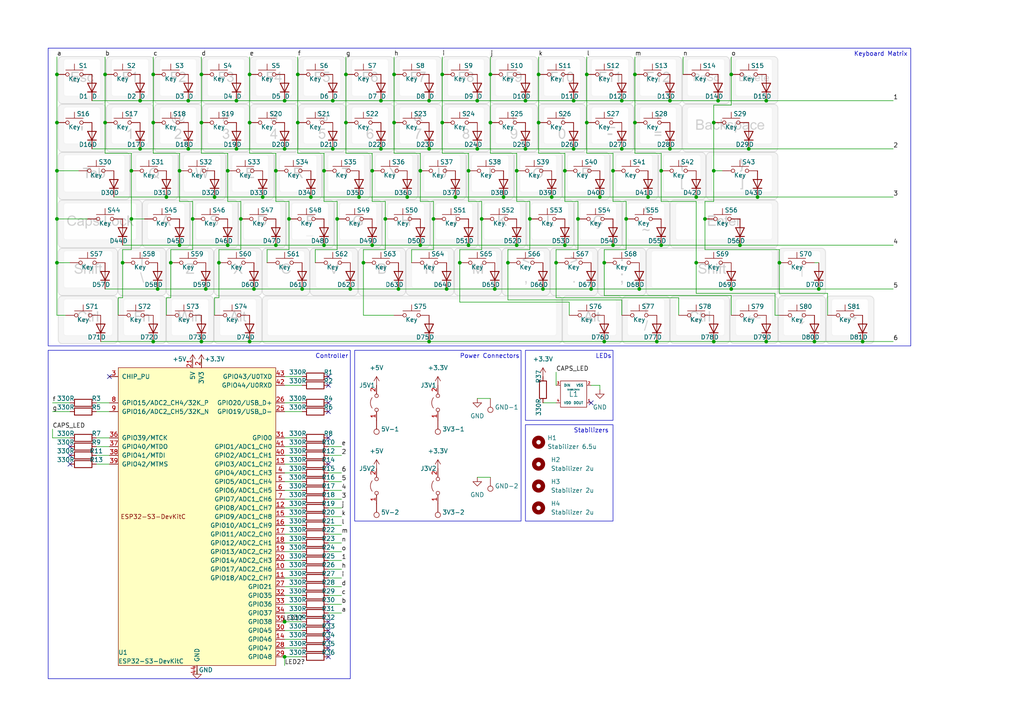
<source format=kicad_sch>
(kicad_sch (version 20230121) (generator eeschema)
  (paper "A4")
  (title_block (title "Keyboard-FT") (date "2024-01-16") (rev "V1.0"))
  (junction (at 58.42 35.56))
  (junction (at 207.01 35.56))
  (junction (at 147.32 76.2))
  (junction (at 185.42 83.82))
  (junction (at 115.57 83.82))
  (junction (at 175.26 76.2))
  (junction (at 156.21 35.56))
  (junction (at 72.39 21.59))
  (junction (at 118.11 57.15))
  (junction (at 87.63 83.82))
  (junction (at 152.4 43.18))
  (junction (at 52.07 71.12))
  (junction (at 139.7 63.5))
  (junction (at 96.52 43.18))
  (junction (at 54.61 29.21))
  (junction (at 166.37 43.18))
  (junction (at 114.3 35.56))
  (junction (at 142.24 35.56))
  (junction (at 90.17 57.15))
  (junction (at 38.1 63.5))
  (junction (at 68.58 43.18))
  (junction (at 72.39 35.56))
  (junction (at 125.73 63.5))
  (junction (at 16.51 21.59))
  (junction (at 44.45 21.59))
  (junction (at 101.6 83.82))
  (junction (at 191.77 71.12))
  (junction (at 16.51 76.2))
  (junction (at 152.4 29.21))
  (junction (at 72.39 99.06))
  (junction (at 96.52 29.21))
  (junction (at 16.51 63.5))
  (junction (at 66.04 71.12))
  (junction (at 167.64 63.5))
  (junction (at 204.47 63.5))
  (junction (at 82.55 29.21))
  (junction (at 58.42 21.59))
  (junction (at 52.07 49.53))
  (junction (at 149.86 71.12))
  (junction (at 30.48 35.56))
  (junction (at 207.01 49.53))
  (junction (at 69.85 63.5))
  (junction (at 59.69 83.82))
  (junction (at 143.51 83.82))
  (junction (at 40.64 43.18))
  (junction (at 62.23 57.15))
  (junction (at 128.27 35.56))
  (junction (at 191.77 49.53))
  (junction (at 111.76 63.5))
  (junction (at 104.14 57.15))
  (junction (at 177.8 71.12))
  (junction (at 16.51 35.56))
  (junction (at 40.64 29.21))
  (junction (at 100.33 35.56))
  (junction (at 163.83 71.12))
  (junction (at 173.99 57.15))
  (junction (at 93.98 71.12))
  (junction (at 73.66 83.82))
  (junction (at 222.25 99.06))
  (junction (at 222.25 29.21))
  (junction (at 110.49 43.18))
  (junction (at 107.95 71.12))
  (junction (at 175.26 99.06))
  (junction (at 194.31 29.21))
  (junction (at 190.5 99.06))
  (junction (at 142.24 21.59))
  (junction (at 45.72 83.82))
  (junction (at 44.45 99.06))
  (junction (at 177.8 49.53))
  (junction (at 30.48 21.59))
  (junction (at 82.55 43.18))
  (junction (at 48.26 57.15))
  (junction (at 97.79 63.5))
  (junction (at 49.53 76.2))
  (junction (at 181.61 63.5))
  (junction (at 184.15 21.59))
  (junction (at 93.98 49.53))
  (junction (at 153.67 63.5))
  (junction (at 237.49 83.82))
  (junction (at 86.36 21.59))
  (junction (at 184.15 35.56))
  (junction (at 35.56 76.2))
  (junction (at 161.29 76.2))
  (junction (at 135.89 71.12))
  (junction (at 212.09 21.59))
  (junction (at 58.42 99.06))
  (junction (at 250.19 99.06))
  (junction (at 110.49 29.21))
  (junction (at 124.46 43.18))
  (junction (at 187.96 57.15))
  (junction (at 160.02 57.15))
  (junction (at 83.82 63.5))
  (junction (at 226.06 76.2))
  (junction (at 138.43 43.18))
  (junction (at 105.41 76.2))
  (junction (at 201.93 57.15))
  (junction (at 201.93 76.2))
  (junction (at 107.95 49.53))
  (junction (at 82.55 190.5))
  (junction (at 121.92 71.12))
  (junction (at 208.28 29.21))
  (junction (at 180.34 43.18))
  (junction (at 124.46 99.06))
  (junction (at 214.63 71.12))
  (junction (at 180.34 29.21))
  (junction (at 124.46 29.21))
  (junction (at 55.88 63.5))
  (junction (at 86.36 35.56))
  (junction (at 38.1 49.53))
  (junction (at 149.86 49.53))
  (junction (at 63.5 76.2))
  (junction (at 166.37 29.21))
  (junction (at 146.05 57.15))
  (junction (at 68.58 29.21))
  (junction (at 132.08 57.15))
  (junction (at 135.89 49.53))
  (junction (at 194.31 43.18))
  (junction (at 80.01 49.53))
  (junction (at 207.01 99.06))
  (junction (at 163.83 49.53))
  (junction (at 170.18 21.59))
  (junction (at 82.55 180.34))
  (junction (at 170.18 35.56))
  (junction (at 128.27 21.59))
  (junction (at 54.61 43.18))
  (junction (at 156.21 21.59))
  (junction (at 76.2 57.15))
  (junction (at 121.92 49.53))
  (junction (at 138.43 29.21))
  (junction (at 212.09 83.82))
  (junction (at 236.22 99.06))
  (junction (at 219.71 57.15))
  (junction (at 171.45 83.82))
  (junction (at 129.54 83.82))
  (junction (at 157.48 83.82))
  (junction (at 133.35 76.2))
  (junction (at 114.3 21.59))
  (junction (at 44.45 35.56))
  (junction (at 100.33 21.59))
  (junction (at 16.51 49.53))
  (junction (at 80.01 71.12))
  (junction (at 217.17 43.18))
  (junction (at 66.04 49.53))
  (no_connect (at 95.25 116.84))
  (no_connect (at 20.32 134.62))
  (no_connect (at 20.32 129.54))
  (no_connect (at 95.25 111.76))
  (no_connect (at 95.25 182.88))
  (no_connect (at 20.32 132.08))
  (no_connect (at 95.25 180.34))
  (no_connect (at 95.25 119.38))
  (no_connect (at 95.25 109.22))
  (no_connect (at 95.25 127))
  (no_connect (at 95.25 134.62))
  (no_connect (at 171.45 116.84))
  (no_connect (at 95.25 185.42))
  (no_connect (at 95.25 187.96))
  (no_connect (at 95.25 190.5))
  (no_connect (at 31.75 109.22))
  (wire (pts (xy 52.07 49.53) (xy 52.07 58.42)))
  (wire (pts (xy 68.58 29.21) (xy 82.55 29.21)))
  (wire (pts (xy 107.95 71.12) (xy 121.92 71.12)))
  (wire (pts (xy 26.67 43.18) (xy 40.64 43.18)))
  (wire (pts (xy 222.25 99.06) (xy 236.22 99.06)))
  (wire (pts (xy 16.51 76.2) (xy 20.32 76.2)))
  (wire (pts (xy 38.1 49.53) (xy 38.1 63.5)))
  (wire (pts (xy 44.45 35.56) (xy 44.45 44.45)))
  (wire (pts (xy 82.55 137.16) (xy 87.63 137.16)))
  (wire (pts (xy 16.51 49.53) (xy 16.51 63.5)))
  (wire (pts (xy 80.01 58.42) (xy 83.82 58.42)))
  (wire (pts (xy 207.01 99.06) (xy 222.25 99.06)))
  (wire (pts (xy 44.45 44.45) (xy 52.07 44.45)))
  (wire (pts (xy 119.38 72.39) (xy 119.38 76.2)))
  (wire (pts (xy 27.94 132.08) (xy 31.75 132.08)))
  (wire (pts (xy 82.55 165.1) (xy 87.63 165.1)))
  (wire (pts (xy 212.09 16.51) (xy 212.09 21.59)))
  (wire (pts (xy 86.36 44.45) (xy 93.98 44.45)))
  (wire (pts (xy 125.73 58.42) (xy 125.73 63.5)))
  (wire (pts (xy 135.89 49.53) (xy 135.89 58.42)))
  (wire (pts (xy 190.5 99.06) (xy 207.01 99.06)))
  (wire (pts (xy 121.92 58.42) (xy 125.73 58.42)))
  (wire (pts (xy 72.39 44.45) (xy 80.01 44.45)))
  (wire (pts (xy 163.83 44.45) (xy 163.83 49.53)))
  (wire (pts (xy 35.56 72.39) (xy 35.56 76.2)))
  (wire (pts (xy 135.89 44.45) (xy 135.89 49.53)))
  (wire (pts (xy 139.7 72.39) (xy 133.35 72.39)))
  (wire (pts (xy 48.26 86.36) (xy 48.26 91.44)))
  (wire (pts (xy 101.6 83.82) (xy 115.57 83.82)))
  (wire (pts (xy 160.02 57.15) (xy 173.99 57.15)))
  (wire (pts (xy 121.92 44.45) (xy 121.92 49.53)))
  (wire (pts (xy 82.55 134.62) (xy 87.63 134.62)))
  (wire (pts (xy 166.37 43.18) (xy 180.34 43.18)))
  (wire (pts (xy 82.55 119.38) (xy 87.63 119.38)))
  (wire (pts (xy 69.85 58.42) (xy 69.85 63.5)))
  (wire (pts (xy 30.48 16.51) (xy 30.48 21.59)))
  (wire (pts (xy 95.25 172.72) (xy 99.06 172.72)))
  (wire (pts (xy 237.49 83.82) (xy 259.08 83.82)))
  (wire (pts (xy 161.29 72.39) (xy 161.29 76.2)))
  (wire (pts (xy 73.66 83.82) (xy 87.63 83.82)))
  (wire (pts (xy 52.07 44.45) (xy 52.07 49.53)))
  (wire (pts (xy 95.25 160.02) (xy 99.06 160.02)))
  (wire (pts (xy 82.55 154.94) (xy 87.63 154.94)))
  (wire (pts (xy 27.94 119.38) (xy 31.75 119.38)))
  (wire (pts (xy 204.47 72.39) (xy 226.06 72.39)))
  (wire (pts (xy 201.93 76.2) (xy 201.93 85.09)))
  (wire (pts (xy 83.82 58.42) (xy 83.82 63.5)))
  (wire (pts (xy 175.26 99.06) (xy 190.5 99.06)))
  (wire (pts (xy 167.64 58.42) (xy 167.64 63.5)))
  (wire (pts (xy 177.8 71.12) (xy 191.77 71.12)))
  (wire (pts (xy 236.22 99.06) (xy 250.19 99.06)))
  (wire (pts (xy 58.42 105.41) (xy 58.42 104.14)))
  (wire (pts (xy 142.24 35.56) (xy 142.24 44.45)))
  (wire (pts (xy 207.01 30.48) (xy 207.01 35.56)))
  (wire (pts (xy 82.55 187.96) (xy 87.63 187.96)))
  (wire (pts (xy 191.77 58.42) (xy 201.93 58.42)))
  (wire (pts (xy 201.93 58.42) (xy 201.93 76.2)))
  (wire (pts (xy 224.79 91.44) (xy 226.06 91.44)))
  (wire (pts (xy 114.3 16.51) (xy 114.3 21.59)))
  (wire (pts (xy 171.45 111.76) (xy 173.99 111.76)))
  (wire (pts (xy 82.55 180.34) (xy 82.042 180.34)))
  (wire (pts (xy 184.15 21.59) (xy 184.15 35.56)))
  (wire (pts (xy 72.39 21.59) (xy 72.39 35.56)))
  (wire (pts (xy 105.41 76.2) (xy 105.41 91.44)))
  (wire (pts (xy 139.7 63.5) (xy 139.7 72.39)))
  (wire (pts (xy 104.14 57.15) (xy 118.11 57.15)))
  (wire (pts (xy 153.67 63.5) (xy 153.67 72.39)))
  (wire (pts (xy 62.23 57.15) (xy 76.2 57.15)))
  (wire (pts (xy 196.85 86.36) (xy 196.85 91.44)))
  (wire (pts (xy 82.55 147.32) (xy 87.63 147.32)))
  (wire (pts (xy 58.42 16.51) (xy 58.42 21.59)))
  (wire (pts (xy 208.28 29.21) (xy 222.25 29.21)))
  (wire (pts (xy 90.17 57.15) (xy 104.14 57.15)))
  (wire (pts (xy 212.09 85.725) (xy 212.09 91.44)))
  (wire (pts (xy 128.27 16.51) (xy 128.27 21.59)))
  (wire (pts (xy 63.5 86.36) (xy 62.23 86.36)))
  (wire (pts (xy 82.55 162.56) (xy 87.63 162.56)))
  (wire (pts (xy 100.33 44.45) (xy 107.95 44.45)))
  (wire (pts (xy 149.86 44.45) (xy 149.86 49.53)))
  (wire (pts (xy 35.56 86.36) (xy 34.29 86.36)))
  (wire (pts (xy 45.72 83.82) (xy 59.69 83.82)))
  (wire (pts (xy 80.01 44.45) (xy 80.01 49.53)))
  (wire (pts (xy 107.95 58.42) (xy 111.76 58.42)))
  (wire (pts (xy 76.2 57.15) (xy 90.17 57.15)))
  (wire (pts (xy 95.25 177.8) (xy 99.06 177.8)))
  (wire (pts (xy 83.82 63.5) (xy 83.82 72.39)))
  (wire (pts (xy 138.43 138.43) (xy 142.24 138.43)))
  (wire (pts (xy 138.43 115.57) (xy 142.24 115.57)))
  (wire (pts (xy 48.26 57.15) (xy 62.23 57.15)))
  (wire (pts (xy 207.01 49.53) (xy 207.01 58.42)))
  (wire (pts (xy 180.34 43.18) (xy 194.31 43.18)))
  (wire (pts (xy 86.36 16.51) (xy 86.36 21.59)))
  (wire (pts (xy 121.92 71.12) (xy 135.89 71.12)))
  (wire (pts (xy 44.45 21.59) (xy 44.45 35.56)))
  (wire (pts (xy 226.06 85.09) (xy 240.03 85.09)))
  (wire (pts (xy 166.37 29.21) (xy 180.34 29.21)))
  (wire (pts (xy 115.57 83.82) (xy 129.54 83.82)))
  (wire (pts (xy 177.8 49.53) (xy 177.8 58.42)))
  (wire (pts (xy 100.33 35.56) (xy 100.33 44.45)))
  (wire (pts (xy 107.95 49.53) (xy 107.95 58.42)))
  (wire (pts (xy 226.06 72.39) (xy 226.06 76.2)))
  (wire (pts (xy 204.47 58.42) (xy 204.47 63.5)))
  (wire (pts (xy 147.32 76.2) (xy 147.32 86.995)))
  (wire (pts (xy 114.3 44.45) (xy 121.92 44.45)))
  (wire (pts (xy 147.32 72.39) (xy 147.32 76.2)))
  (wire (pts (xy 142.24 16.51) (xy 142.24 21.59)))
  (wire (pts (xy 132.08 57.15) (xy 146.05 57.15)))
  (wire (pts (xy 184.15 44.45) (xy 191.77 44.45)))
  (wire (pts (xy 95.25 144.78) (xy 99.06 144.78)))
  (wire (pts (xy 161.29 76.2) (xy 161.29 86.36)))
  (wire (pts (xy 111.76 72.39) (xy 105.41 72.39)))
  (wire (pts (xy 66.04 49.53) (xy 66.04 58.42)))
  (wire (pts (xy 191.77 71.12) (xy 214.63 71.12)))
  (wire (pts (xy 118.11 57.15) (xy 132.08 57.15)))
  (wire (pts (xy 114.3 35.56) (xy 114.3 44.45)))
  (wire (pts (xy 66.04 71.12) (xy 80.01 71.12)))
  (wire (pts (xy 82.55 190.5) (xy 82.55 193.04)))
  (wire (pts (xy 30.48 83.82) (xy 45.72 83.82)))
  (wire (pts (xy 30.48 21.59) (xy 30.48 35.56)))
  (wire (pts (xy 133.35 87.63) (xy 165.1 87.63)))
  (wire (pts (xy 27.94 129.54) (xy 31.75 129.54)))
  (wire (pts (xy 27.94 116.84) (xy 31.75 116.84)))
  (wire (pts (xy 27.94 127) (xy 31.75 127)))
  (wire (pts (xy 97.79 63.5) (xy 97.79 72.39)))
  (wire (pts (xy 175.26 85.725) (xy 212.09 85.725)))
  (wire (pts (xy 184.15 16.51) (xy 184.15 21.59)))
  (wire (pts (xy 82.55 172.72) (xy 87.63 172.72)))
  (wire (pts (xy 149.86 71.12) (xy 163.83 71.12)))
  (wire (pts (xy 40.64 43.18) (xy 54.61 43.18)))
  (wire (pts (xy 124.46 43.18) (xy 138.43 43.18)))
  (wire (pts (xy 55.88 72.39) (xy 49.53 72.39)))
  (wire (pts (xy 93.98 58.42) (xy 97.79 58.42)))
  (wire (pts (xy 175.26 76.2) (xy 175.26 85.725)))
  (wire (pts (xy 95.25 154.94) (xy 99.06 154.94)))
  (wire (pts (xy 58.42 44.45) (xy 66.04 44.45)))
  (wire (pts (xy 133.35 76.2) (xy 133.35 87.63)))
  (wire (pts (xy 135.89 71.12) (xy 149.86 71.12)))
  (wire (pts (xy 170.18 44.45) (xy 177.8 44.45)))
  (wire (pts (xy 58.42 99.06) (xy 72.39 99.06)))
  (wire (pts (xy 82.55 116.84) (xy 87.63 116.84)))
  (wire (pts (xy 30.48 44.45) (xy 38.1 44.45)))
  (wire (pts (xy 224.79 85.09) (xy 224.79 91.44)))
  (wire (pts (xy 93.98 49.53) (xy 93.98 58.42)))
  (wire (pts (xy 207.01 58.42) (xy 204.47 58.42)))
  (wire (pts (xy 82.55 175.26) (xy 87.63 175.26)))
  (wire (pts (xy 250.19 99.06) (xy 259.08 99.06)))
  (wire (pts (xy 62.23 86.36) (xy 62.23 91.44)))
  (wire (pts (xy 95.25 149.86) (xy 99.06 149.86)))
  (wire (pts (xy 177.8 44.45) (xy 177.8 49.53)))
  (wire (pts (xy 147.32 86.995) (xy 180.34 86.995)))
  (wire (pts (xy 207.01 35.56) (xy 207.01 49.53)))
  (wire (pts (xy 16.51 21.59) (xy 16.51 35.56)))
  (wire (pts (xy 95.25 142.24) (xy 99.06 142.24)))
  (wire (pts (xy 240.03 85.09) (xy 240.03 91.44)))
  (wire (pts (xy 55.88 105.41) (xy 55.88 104.14)))
  (wire (pts (xy 38.1 44.45) (xy 38.1 49.53)))
  (wire (pts (xy 212.09 30.48) (xy 207.01 30.48)))
  (wire (pts (xy 91.44 72.39) (xy 91.44 76.2)))
  (wire (pts (xy 152.4 43.18) (xy 166.37 43.18)))
  (wire (pts (xy 63.5 76.2) (xy 63.5 86.36)))
  (wire (pts (xy 55.88 63.5) (xy 55.88 72.39)))
  (wire (pts (xy 35.56 76.2) (xy 35.56 86.36)))
  (wire (pts (xy 58.42 35.56) (xy 58.42 44.45)))
  (wire (pts (xy 201.93 57.15) (xy 219.71 57.15)))
  (wire (pts (xy 82.55 160.02) (xy 87.63 160.02)))
  (wire (pts (xy 82.55 190.5) (xy 87.63 190.5)))
  (wire (pts (xy 95.25 152.4) (xy 99.06 152.4)))
  (wire (pts (xy 95.25 175.26) (xy 99.06 175.26)))
  (wire (pts (xy 95.25 139.7) (xy 99.06 139.7)))
  (wire (pts (xy 80.01 71.12) (xy 93.98 71.12)))
  (wire (pts (xy 167.64 72.39) (xy 161.29 72.39)))
  (wire (pts (xy 163.83 58.42) (xy 167.64 58.42)))
  (wire (pts (xy 156.21 35.56) (xy 156.21 44.45)))
  (wire (pts (xy 82.55 129.54) (xy 87.63 129.54)))
  (wire (pts (xy 35.56 71.12) (xy 52.07 71.12)))
  (wire (pts (xy 16.51 49.53) (xy 22.86 49.53)))
  (wire (pts (xy 156.21 16.51) (xy 156.21 21.59)))
  (wire (pts (xy 40.64 29.21) (xy 54.61 29.21)))
  (wire (pts (xy 97.79 72.39) (xy 91.44 72.39)))
  (wire (pts (xy 152.4 29.21) (xy 166.37 29.21)))
  (wire (pts (xy 184.15 35.56) (xy 184.15 44.45)))
  (wire (pts (xy 129.54 83.82) (xy 143.51 83.82)))
  (wire (pts (xy 38.1 63.5) (xy 38.1 72.39)))
  (wire (pts (xy 16.51 63.5) (xy 16.51 76.2)))
  (wire (pts (xy 165.1 87.63) (xy 165.1 91.44)))
  (wire (pts (xy 44.45 16.51) (xy 44.45 21.59)))
  (wire (pts (xy 170.18 16.51) (xy 170.18 21.59)))
  (wire (pts (xy 143.51 83.82) (xy 157.48 83.82)))
  (wire (pts (xy 187.96 57.15) (xy 201.93 57.15)))
  (wire (pts (xy 15.24 116.84) (xy 20.32 116.84)))
  (wire (pts (xy 100.33 21.59) (xy 100.33 35.56)))
  (wire (pts (xy 68.58 43.18) (xy 82.55 43.18)))
  (wire (pts (xy 124.46 99.06) (xy 175.26 99.06)))
  (wire (pts (xy 15.24 119.38) (xy 20.32 119.38)))
  (wire (pts (xy 107.95 44.45) (xy 107.95 49.53)))
  (wire (pts (xy 82.55 157.48) (xy 87.63 157.48)))
  (wire (pts (xy 72.39 99.06) (xy 124.46 99.06)))
  (wire (pts (xy 82.55 29.21) (xy 96.52 29.21)))
  (wire (pts (xy 124.46 29.21) (xy 138.43 29.21)))
  (wire (pts (xy 105.41 72.39) (xy 105.41 76.2)))
  (wire (pts (xy 38.1 63.5) (xy 41.91 63.5)))
  (wire (pts (xy 82.55 170.18) (xy 87.63 170.18)))
  (wire (pts (xy 100.33 16.51) (xy 100.33 21.59)))
  (wire (pts (xy 157.48 116.84) (xy 161.29 116.84)))
  (wire (pts (xy 201.93 85.09) (xy 224.79 85.09)))
  (wire (pts (xy 95.25 162.56) (xy 99.06 162.56)))
  (wire (pts (xy 161.29 86.36) (xy 196.85 86.36)))
  (wire (pts (xy 212.09 83.82) (xy 237.49 83.82)))
  (wire (pts (xy 72.39 16.51) (xy 72.39 21.59)))
  (wire (pts (xy 214.63 71.12) (xy 259.08 71.12)))
  (wire (pts (xy 82.55 185.42) (xy 87.63 185.42)))
  (wire (pts (xy 125.73 63.5) (xy 125.73 72.39)))
  (wire (pts (xy 111.76 58.42) (xy 111.76 63.5)))
  (wire (pts (xy 93.98 71.12) (xy 107.95 71.12)))
  (wire (pts (xy 95.25 167.64) (xy 99.06 167.64)))
  (wire (pts (xy 30.48 35.56) (xy 30.48 44.45)))
  (wire (pts (xy 82.55 167.64) (xy 87.63 167.64)))
  (wire (pts (xy 180.34 29.21) (xy 194.31 29.21)))
  (wire (pts (xy 171.45 83.82) (xy 185.42 83.82)))
  (wire (pts (xy 204.47 63.5) (xy 204.47 72.39)))
  (wire (pts (xy 15.24 127) (xy 20.32 127)))
  (wire (pts (xy 63.5 72.39) (xy 63.5 76.2)))
  (wire (pts (xy 29.21 99.06) (xy 44.45 99.06)))
  (wire (pts (xy 95.25 147.32) (xy 99.06 147.32)))
  (wire (pts (xy 82.55 111.76) (xy 87.63 111.76)))
  (wire (pts (xy 156.21 21.59) (xy 156.21 35.56)))
  (wire (pts (xy 95.25 129.54) (xy 99.06 129.54)))
  (wire (pts (xy 54.61 29.21) (xy 68.58 29.21)))
  (wire (pts (xy 16.51 16.51) (xy 16.51 21.59)))
  (wire (pts (xy 138.43 29.21) (xy 152.4 29.21)))
  (wire (pts (xy 173.99 57.15) (xy 187.96 57.15)))
  (wire (pts (xy 82.55 109.22) (xy 87.63 109.22)))
  (wire (pts (xy 82.55 152.4) (xy 87.63 152.4)))
  (wire (pts (xy 33.02 57.15) (xy 48.26 57.15)))
  (wire (pts (xy 82.55 139.7) (xy 87.63 139.7)))
  (wire (pts (xy 82.55 180.34) (xy 87.63 180.34)))
  (wire (pts (xy 82.55 177.8) (xy 87.63 177.8)))
  (wire (pts (xy 38.1 72.39) (xy 35.56 72.39)))
  (wire (pts (xy 52.07 58.42) (xy 55.88 58.42)))
  (wire (pts (xy 175.26 72.39) (xy 175.26 76.2)))
  (wire (pts (xy 237.49 76.2) (xy 236.22 76.2)))
  (wire (pts (xy 128.27 35.56) (xy 128.27 44.45)))
  (wire (pts (xy 80.01 49.53) (xy 80.01 58.42)))
  (wire (pts (xy 185.42 83.82) (xy 212.09 83.82)))
  (wire (pts (xy 82.55 132.08) (xy 87.63 132.08)))
  (wire (pts (xy 156.21 44.45) (xy 163.83 44.45)))
  (wire (pts (xy 139.7 58.42) (xy 139.7 63.5)))
  (wire (pts (xy 194.31 43.18) (xy 217.17 43.18)))
  (wire (pts (xy 82.55 142.24) (xy 87.63 142.24)))
  (wire (pts (xy 58.42 21.59) (xy 58.42 35.56)))
  (wire (pts (xy 180.34 86.995) (xy 180.34 91.44)))
  (wire (pts (xy 209.55 49.53) (xy 207.01 49.53)))
  (wire (pts (xy 167.64 63.5) (xy 167.64 72.39)))
  (wire (pts (xy 226.06 76.2) (xy 226.06 85.09)))
  (wire (pts (xy 161.29 107.95) (xy 161.29 111.76)))
  (wire (pts (xy 198.12 16.51) (xy 198.12 21.59)))
  (wire (pts (xy 181.61 63.5) (xy 181.61 72.39)))
  (wire (pts (xy 69.85 72.39) (xy 63.5 72.39)))
  (wire (pts (xy 191.77 49.53) (xy 191.77 58.42)))
  (wire (pts (xy 66.04 58.42) (xy 69.85 58.42)))
  (wire (pts (xy 133.35 72.39) (xy 133.35 76.2)))
  (wire (pts (xy 138.43 43.18) (xy 152.4 43.18)))
  (wire (pts (xy 44.45 99.06) (xy 58.42 99.06)))
  (wire (pts (xy 212.09 21.59) (xy 212.09 30.48)))
  (wire (pts (xy 157.48 83.82) (xy 171.45 83.82)))
  (wire (pts (xy 96.52 29.21) (xy 110.49 29.21)))
  (wire (pts (xy 95.25 165.1) (xy 99.06 165.1)))
  (wire (pts (xy 142.24 44.45) (xy 149.86 44.45)))
  (wire (pts (xy 16.51 63.5) (xy 25.4 63.5)))
  (wire (pts (xy 15.24 124.46) (xy 15.24 127)))
  (wire (pts (xy 111.76 63.5) (xy 111.76 72.39)))
  (wire (pts (xy 93.98 44.45) (xy 93.98 49.53)))
  (wire (pts (xy 173.99 111.76) (xy 173.99 113.03)))
  (wire (pts (xy 16.51 91.44) (xy 19.05 91.44)))
  (wire (pts (xy 149.86 58.42) (xy 153.67 58.42)))
  (wire (pts (xy 59.69 83.82) (xy 73.66 83.82)))
  (wire (pts (xy 114.3 21.59) (xy 114.3 35.56)))
  (wire (pts (xy 146.05 57.15) (xy 160.02 57.15)))
  (wire (pts (xy 95.25 137.16) (xy 99.06 137.16)))
  (wire (pts (xy 219.71 57.15) (xy 259.08 57.15)))
  (wire (pts (xy 86.36 21.59) (xy 86.36 35.56)))
  (wire (pts (xy 217.17 43.18) (xy 259.08 43.18)))
  (wire (pts (xy 86.36 35.56) (xy 86.36 44.45)))
  (wire (pts (xy 26.67 29.21) (xy 40.64 29.21)))
  (wire (pts (xy 153.67 72.39) (xy 147.32 72.39)))
  (wire (pts (xy 128.27 21.59) (xy 128.27 35.56)))
  (wire (pts (xy 135.89 58.42) (xy 139.7 58.42)))
  (wire (pts (xy 77.47 72.39) (xy 77.47 76.2)))
  (wire (pts (xy 87.63 83.82) (xy 101.6 83.82)))
  (wire (pts (xy 128.27 44.45) (xy 135.89 44.45)))
  (wire (pts (xy 82.55 149.86) (xy 87.63 149.86)))
  (wire (pts (xy 82.55 127) (xy 87.63 127)))
  (wire (pts (xy 27.94 134.62) (xy 31.75 134.62)))
  (wire (pts (xy 82.55 43.18) (xy 96.52 43.18)))
  (wire (pts (xy 49.53 76.2) (xy 49.53 86.36)))
  (wire (pts (xy 142.24 21.59) (xy 142.24 35.56)))
  (wire (pts (xy 54.61 43.18) (xy 68.58 43.18)))
  (wire (pts (xy 97.79 58.42) (xy 97.79 63.5)))
  (wire (pts (xy 83.82 72.39) (xy 77.47 72.39)))
  (wire (pts (xy 95.25 157.48) (xy 99.06 157.48)))
  (wire (pts (xy 194.31 29.21) (xy 208.28 29.21)))
  (wire (pts (xy 222.25 29.21) (xy 259.08 29.21)))
  (wire (pts (xy 170.18 35.56) (xy 170.18 44.45)))
  (wire (pts (xy 16.51 35.56) (xy 16.51 49.53)))
  (wire (pts (xy 57.15 194.31) (xy 57.15 195.58)))
  (wire (pts (xy 181.61 72.39) (xy 175.26 72.39)))
  (wire (pts (xy 52.07 71.12) (xy 66.04 71.12)))
  (wire (pts (xy 163.83 71.12) (xy 177.8 71.12)))
  (wire (pts (xy 170.18 21.59) (xy 170.18 35.56)))
  (wire (pts (xy 55.88 58.42) (xy 55.88 63.5)))
  (wire (pts (xy 66.04 44.45) (xy 66.04 49.53)))
  (wire (pts (xy 96.52 43.18) (xy 110.49 43.18)))
  (wire (pts (xy 110.49 29.21) (xy 124.46 29.21)))
  (wire (pts (xy 177.8 58.42) (xy 181.61 58.42)))
  (wire (pts (xy 82.55 182.88) (xy 87.63 182.88)))
  (wire (pts (xy 49.53 72.39) (xy 49.53 76.2)))
  (wire (pts (xy 34.29 86.36) (xy 34.29 91.44)))
  (wire (pts (xy 95.25 132.08) (xy 99.06 132.08)))
  (wire (pts (xy 121.92 49.53) (xy 121.92 58.42)))
  (wire (pts (xy 191.77 44.45) (xy 191.77 49.53)))
  (wire (pts (xy 125.73 72.39) (xy 119.38 72.39)))
  (wire (pts (xy 49.53 86.36) (xy 48.26 86.36)))
  (wire (pts (xy 82.55 144.78) (xy 87.63 144.78)))
  (wire (pts (xy 110.49 43.18) (xy 124.46 43.18)))
  (wire (pts (xy 69.85 63.5) (xy 69.85 72.39)))
  (wire (pts (xy 153.67 58.42) (xy 153.67 63.5)))
  (wire (pts (xy 72.39 35.56) (xy 72.39 44.45)))
  (wire (pts (xy 95.25 170.18) (xy 99.06 170.18)))
  (wire (pts (xy 149.86 49.53) (xy 149.86 58.42)))
  (wire (pts (xy 105.41 91.44) (xy 114.3 91.44)))
  (wire (pts (xy 181.61 58.42) (xy 181.61 63.5)))
  (wire (pts (xy 163.83 49.53) (xy 163.83 58.42)))
  (wire (pts (xy 16.51 76.2) (xy 16.51 91.44)))
  (rectangle (start 152.4 123.19) (end 177.8 151.13))
  (rectangle (start 13.97 101.6) (end 101.6 196.85))
  (rectangle (start 152.4 101.6) (end 177.8 121.92))
  (rectangle (start 13.97 13.97) (end 264.16 100.33))
  (rectangle (start 102.87 101.6) (end 151.13 151.13))
  (image (at 135.128 58.039) (scale 1.55905))
  (text "Keyboard Matrix" (at 247.65 16.51 0) (effects (font (size 1.27 1.27)) (justify left bottom)))
  (text "Controller" (at 91.44 104.14 0) (effects (font (size 1.27 1.27)) (justify left bottom)))
  (text "Power Connectors" (at 133.35 104.14 0) (effects (font (size 1.27 1.27)) (justify left bottom)))
  (text "LEDs" (at 172.72 104.14 0) (effects (font (size 1.27 1.27)) (justify left bottom)))
  (text "Stabilizers" (at 166.37 125.73 0) (effects (font (size 1.27 1.27)) (justify left bottom)))
  (label "n" (at 198.12 16.51 0))
  (label "j" (at 99.06 147.32 0))
  (label "b" (at 30.48 16.51 0))
  (label "f" (at 86.36 16.51 0))
  (label "h" (at 99.06 165.1 0))
  (label "LED1?" (at 82.042 180.34 0))
  (label "i" (at 99.06 167.64 0))
  (label "a" (at 16.51 16.51 0))
  (label "CAPS_LED" (at 161.29 107.95 0))
  (label "2" (at 259.08 43.18 0))
  (label "6" (at 99.06 137.16 0))
  (label "o" (at 212.09 16.51 0))
  (label "1" (at 99.06 162.56 0))
  (label "b" (at 99.06 175.26 0))
  (label "c" (at 44.45 16.51 0))
  (label "3" (at 99.06 144.78 0))
  (label "d" (at 58.42 16.51 0))
  (label "o" (at 99.06 160.02 0))
  (label "l" (at 170.18 16.51 0))
  (label "5" (at 259.08 83.82 0))
  (label "3" (at 259.08 57.15 0))
  (label "LED2?" (at 82.55 193.04 0))
  (label "c" (at 99.06 172.72 0))
  (label "f" (at 15.24 116.84 0))
  (label "1" (at 259.08 29.21 0))
  (label "m" (at 184.15 16.51 0))
  (label "g" (at 15.24 119.38 0))
  (label "n" (at 99.06 157.48 0))
  (label "m" (at 99.06 154.94 0))
  (label "4" (at 259.08 71.12 0))
  (label "i" (at 128.27 16.51 0))
  (label "4" (at 99.06 142.24 0))
  (label "j" (at 142.24 16.51 0))
  (label "k" (at 99.06 149.86 0))
  (label "e" (at 72.39 16.51 0))
  (label "d" (at 99.06 170.18 0))
  (label "6" (at 259.08 99.06 0))
  (label "e" (at 99.06 129.54 0))
  (label "CAPS_LED" (at 15.24 124.46 0))
  (label "l" (at 99.06 152.4 0))
  (label "k" (at 156.21 16.51 0))
  (label "g" (at 100.33 16.51 0))
  (label "5" (at 99.06 139.7 0))
  (label "a" (at 99.06 177.8 0))
  (label "2" (at 99.06 132.08 0))
  (label "h" (at 114.3 16.51 0))
  (symbol (lib_id "Switch:SW_Push") (at 77.47 35.56 0) (unit 1)
    (property "Reference" "S20" (at 80.01 33.02 0))
    (property "Value" "Key" (at 77.47 36.83 0))
    (property "Footprint" "PCM_Switch_Keyboard_Cherry_MX:SW_Cherry_MX_PCB_1.00u" (effects hide))
  )
  (symbol (lib_id "Device:D") (at 138.43 25.4 90) (unit 1)
    (property "Reference" "D9" (at 134.62 27.94 90) (effects (justify right)))
    (property "Value" "D" (at 138.43 27.94 90) (effects (justify right)))
    (property "Footprint" "kbd:D3_TH_SMD_v2" (effects hide))
    (property "Sim.Device" "D" (effects hide))
    (property "Sim.Pins" "1=K 2=A" (effects hide))
  )
  (symbol (lib_id "Switch:SW_Push") (at 91.44 35.56 0) (unit 1)
    (property "Reference" "S21" (at 93.98 33.02 0))
    (property "Value" "Key" (at 91.44 36.83 0))
    (property "Footprint" "PCM_Switch_Keyboard_Cherry_MX:SW_Cherry_MX_PCB_1.00u" (effects hide))
  )
  (symbol (lib_id "Switch:SW_Push") (at 67.31 91.44 0) (unit 1)
    (property "Reference" "S74" (at 69.85 88.9 0))
    (property "Value" "Key" (at 67.31 92.71 0))
    (property "Footprint" "PCM_Switch_Keyboard_Cherry_MX:SW_Cherry_MX_PCB_1.00u" (effects hide))
  )
  (symbol (lib_id "Switch:SW_Push") (at 170.18 91.44 0) (unit 1)
    (property "Reference" "S76" (at 172.72 88.9 0))
    (property "Value" "Key" (at 170.18 92.71 0))
    (property "Footprint" "PCM_Switch_Keyboard_Cherry_MX:SW_Cherry_MX_PCB_1.25u" (effects hide))
  )
  (symbol (lib_id "Device:D") (at 26.67 39.37 90) (unit 1)
    (property "Reference" "D16" (at 22.86 41.91 90) (effects (justify right)))
    (property "Value" "D" (at 26.67 41.91 90) (effects (justify right)))
    (property "Footprint" "kbd:D3_TH_SMD_v2" (effects hide))
    (property "Sim.Device" "D" (effects hide))
    (property "Sim.Pins" "1=K 2=A" (effects hide))
  )
  (symbol (lib_id "Device:D") (at 68.58 39.37 90) (unit 1)
    (property "Reference" "D19" (at 64.77 41.91 90) (effects (justify right)))
    (property "Value" "D" (at 68.58 41.91 90) (effects (justify right)))
    (property "Footprint" "kbd:D3_TH_SMD_v2" (effects hide))
    (property "Sim.Device" "D" (effects hide))
    (property "Sim.Pins" "1=K 2=A" (effects hide))
  )
  (symbol (lib_id "Device:D") (at 110.49 25.4 90) (unit 1)
    (property "Reference" "D7" (at 106.68 27.94 90) (effects (justify right)))
    (property "Value" "D" (at 110.49 27.94 90) (effects (justify right)))
    (property "Footprint" "kbd:D3_TH_SMD_v2" (effects hide))
    (property "Sim.Device" "D" (effects hide))
    (property "Sim.Pins" "1=K 2=A" (effects hide))
  )
  (symbol (lib_id "Device:D") (at 185.42 80.01 90) (unit 1)
    (property "Reference" "D68" (at 181.61 82.55 90) (effects (justify right)))
    (property "Value" "D" (at 185.42 82.55 90) (effects (justify right)))
    (property "Footprint" "kbd:D3_TH_SMD_v2" (effects hide))
    (property "Sim.Device" "D" (effects hide))
    (property "Sim.Pins" "1=K 2=A" (effects hide))
  )
  (symbol (lib_id "power:+3.3V") (at 157.48 109.22 0) (unit 1)
    (property "Reference" "#PWR010" (effects hide))
    (property "Value" "+3.3V" (at 157.48 104.14 0))
  )
  (symbol (lib_id "Device:D") (at 96.52 25.4 90) (unit 1)
    (property "Reference" "D6" (at 92.71 27.94 90) (effects (justify right)))
    (property "Value" "D" (at 96.52 27.94 90) (effects (justify right)))
    (property "Footprint" "kbd:D3_TH_SMD_v2" (effects hide))
    (property "Sim.Device" "D" (effects hide))
    (property "Sim.Pins" "1=K 2=A" (effects hide))
  )
  (symbol (lib_id "power:+3.3V") (at 127 135.89 0) (unit 1)
    (property "Reference" "#PWR06" (effects hide))
    (property "Value" "+3.3V" (at 127 130.81 0))
  )
  (symbol (lib_id "Switch:SW_Push") (at 189.23 21.59 0) (unit 1)
    (property "Reference" "S13" (at 191.77 19.05 0))
    (property "Value" "Key" (at 189.23 22.86 0))
    (property "Footprint" "PCM_Switch_Keyboard_Cherry_MX:SW_Cherry_MX_PCB_1.00u" (effects hide))
  )
  (symbol (lib_id "Device:D") (at 208.28 25.4 90) (unit 1)
    (property "Reference" "D14" (at 204.47 27.94 90) (effects (justify right)))
    (property "Value" "D" (at 208.28 27.94 90) (effects (justify right)))
    (property "Footprint" "kbd:D3_TH_SMD_v2" (effects hide))
    (property "Sim.Device" "D" (effects hide))
    (property "Sim.Pins" "1=K 2=A" (effects hide))
  )
  (symbol (lib_id "Device:D") (at 72.39 95.25 90) (unit 1)
    (property "Reference" "D74" (at 68.58 97.79 90) (effects (justify right)))
    (property "Value" "D" (at 72.39 97.79 90) (effects (justify right)))
    (property "Footprint" "kbd:D3_TH_SMD_v2" (effects hide))
    (property "Sim.Device" "D" (effects hide))
    (property "Sim.Pins" "1=K 2=A" (effects hide))
  )
  (symbol (lib_id "Device:R") (at 91.44 180.34 90) (unit 1)
    (property "Reference" "R32" (at 95.25 179.07 90))
    (property "Value" "330R" (at 86.36 179.07 90))
    (property "Footprint" "Resistor_SMD:R_0603_1608Metric_Pad0.98x0.95mm_HandSolder" (effects hide))
  )
  (symbol (lib_id "Device:D") (at 152.4 25.4 90) (unit 1)
    (property "Reference" "D10" (at 148.59 27.94 90) (effects (justify right)))
    (property "Value" "D" (at 152.4 27.94 90) (effects (justify right)))
    (property "Footprint" "kbd:D3_TH_SMD_v2" (effects hide))
    (property "Sim.Device" "D" (effects hide))
    (property "Sim.Pins" "1=K 2=A" (effects hide))
  )
  (symbol (lib_id "Device:D") (at 146.05 53.34 90) (unit 1)
    (property "Reference" "D38" (at 142.24 55.88 90) (effects (justify right)))
    (property "Value" "D" (at 146.05 55.88 90) (effects (justify right)))
    (property "Footprint" "kbd:D3_TH_SMD_v2" (effects hide))
    (property "Sim.Device" "D" (effects hide))
    (property "Sim.Pins" "1=K 2=A" (effects hide))
  )
  (symbol (lib_id "Switch:SW_Push") (at 113.03 49.53 0) (unit 1)
    (property "Reference" "S36" (at 115.57 46.99 0))
    (property "Value" "Key" (at 113.03 50.8 0))
    (property "Footprint" "PCM_Switch_Keyboard_Cherry_MX:SW_Cherry_MX_PCB_1.00u" (effects hide))
  )
  (symbol (lib_id "power:GND") (at 57.15 194.31 0) (unit 1)
    (property "Reference" "#PWR07" (effects hide))
    (property "Value" "GND" (at 59.69 194.31 0))
  )
  (symbol (lib_id "Device:R") (at 157.48 113.03 180) (unit 1)
    (property "Reference" "R37" (at 156.21 109.22 90))
    (property "Value" "330R" (at 156.21 118.11 90))
    (property "Footprint" "Resistor_SMD:R_0603_1608Metric_Pad0.98x0.95mm_HandSolder" (effects hide))
  )
  (symbol (lib_id "Device:D") (at 96.52 39.37 90) (unit 1)
    (property "Reference" "D21" (at 92.71 41.91 90) (effects (justify right)))
    (property "Value" "D" (at 96.52 41.91 90) (effects (justify right)))
    (property "Footprint" "kbd:D3_TH_SMD_v2" (effects hide))
    (property "Sim.Device" "D" (effects hide))
    (property "Sim.Pins" "1=K 2=A" (effects hide))
  )
  (symbol (lib_id "Device:R") (at 91.44 175.26 90) (unit 1)
    (property "Reference" "R30" (at 95.25 173.99 90))
    (property "Value" "330R" (at 86.36 173.99 90))
    (property "Footprint" "Resistor_SMD:R_0603_1608Metric_Pad0.98x0.95mm_HandSolder" (effects hide))
  )
  (symbol (lib_id "Jumper:Jumper_2_Open") (at 109.22 140.97 90) (unit 1)
    (property "Reference" "J5V2" (at 104.14 135.89 90) (effects (justify right)))
    (property "Value" "Jumper_2_Open" (effects hide))
    (property "Footprint" "Jumper:SolderJumper-2_P1.3mm_Open_TrianglePad1.0x1.5mm" (effects hide))
  )
  (symbol (lib_id "Switch:SW_Push") (at 217.17 21.59 0) (unit 1)
    (property "Reference" "S15" (at 219.71 19.05 0))
    (property "Value" "Key" (at 217.17 22.86 0))
    (property "Footprint" "PCM_Switch_Keyboard_Cherry_MX:SW_Cherry_MX_PCB_1.00u" (effects hide))
  )
  (symbol (lib_id "Switch:SW_Push") (at 49.53 35.56 0) (unit 1)
    (property "Reference" "S18" (at 52.07 33.02 0))
    (property "Value" "Key" (at 49.53 36.83 0))
    (property "Footprint" "PCM_Switch_Keyboard_Cherry_MX:SW_Cherry_MX_PCB_1.00u" (effects hide))
  )
  (symbol (lib_id "Switch:SW_Push") (at 209.55 63.5 0) (unit 1)
    (property "Reference" "S56" (at 212.09 60.96 0))
    (property "Value" "Key" (at 209.55 64.77 0))
    (property "Footprint" "PCM_Switch_Keyboard_Cherry_MX:SW_Cherry_MX_PCB_2.25u" (effects hide))
  )
  (symbol (lib_id "Device:R") (at 91.44 127 90) (unit 1)
    (property "Reference" "R8" (at 95.25 125.73 90))
    (property "Value" "330R" (at 86.36 125.73 90))
    (property "Footprint" "Resistor_SMD:R_0603_1608Metric_Pad0.98x0.95mm_HandSolder" (effects hide))
  )
  (symbol (lib_id "Switch:SW_Push") (at 175.26 21.59 0) (unit 1)
    (property "Reference" "S12" (at 177.8 19.05 0))
    (property "Value" "Key" (at 175.26 22.86 0))
    (property "Footprint" "PCM_Switch_Keyboard_Cherry_MX:SW_Cherry_MX_PCB_1.00u" (effects hide))
  )
  (symbol (lib_id "Connector:TestPoint") (at 142.24 138.43 180) (unit 1)
    (property "Reference" "GND-2" (at 143.51 140.97 0) (effects (justify right)))
    (property "Value" "TestPoint" (effects hide))
    (property "Footprint" "Connector_PinHeader_1.00mm:PinHeader_1x01_P1.00mm_Vertical" (effects hide))
  )
  (symbol (lib_id "Device:D") (at 201.93 53.34 90) (unit 1)
    (property "Reference" "D42" (at 198.12 55.88 90) (effects (justify right)))
    (property "Value" "D" (at 201.93 55.88 90) (effects (justify right)))
    (property "Footprint" "kbd:D3_TH_SMD_v2" (effects hide))
    (property "Sim.Device" "D" (effects hide))
    (property "Sim.Pins" "1=K 2=A" (effects hide))
  )
  (symbol (lib_id "Jumper:Jumper_2_Open") (at 127 116.84 90) (unit 1)
    (property "Reference" "J3V1" (at 121.92 111.76 90) (effects (justify right)))
    (property "Value" "Jumper_2_Open" (effects hide))
    (property "Footprint" "Jumper:SolderJumper-2_P1.3mm_Open_TrianglePad1.0x1.5mm" (effects hide))
  )
  (symbol (lib_id "Switch:SW_Push") (at 77.47 21.59 0) (unit 1)
    (property "Reference" "S5" (at 80.01 19.05 0))
    (property "Value" "Key" (at 77.47 22.86 0))
    (property "Footprint" "PCM_Switch_Keyboard_Cherry_MX:SW_Cherry_MX_PCB_1.00u" (effects hide))
  )
  (symbol (lib_id "Device:D") (at 93.98 67.31 90) (unit 1)
    (property "Reference" "D48" (at 90.17 69.85 90) (effects (justify right)))
    (property "Value" "D" (at 93.98 69.85 90) (effects (justify right)))
    (property "Footprint" "kbd:D3_TH_SMD_v2" (effects hide))
    (property "Sim.Device" "D" (effects hide))
    (property "Sim.Pins" "1=K 2=A" (effects hide))
  )
  (symbol (lib_id "Device:R") (at 24.13 116.84 90) (unit 1)
    (property "Reference" "R3" (at 27.94 115.57 90))
    (property "Value" "330R" (at 19.05 115.57 90))
    (property "Footprint" "Resistor_SMD:R_0603_1608Metric_Pad0.98x0.95mm_HandSolder" (effects hide))
  )
  (symbol (lib_id "Connector:TestPoint") (at 127 146.05 180) (unit 1)
    (property "Reference" "3V3-2" (at 128.27 148.59 0) (effects (justify right)))
    (property "Value" "TestPoint" (effects hide))
    (property "Footprint" "Connector_PinHeader_1.00mm:PinHeader_1x01_P1.00mm_Vertical" (effects hide))
  )
  (symbol (lib_id "Device:D") (at 149.86 67.31 90) (unit 1)
    (property "Reference" "D52" (at 146.05 69.85 90) (effects (justify right)))
    (property "Value" "D" (at 149.86 69.85 90) (effects (justify right)))
    (property "Footprint" "kbd:D3_TH_SMD_v2" (effects hide))
    (property "Sim.Device" "D" (effects hide))
    (property "Sim.Pins" "1=K 2=A" (effects hide))
  )
  (symbol (lib_id "Device:D") (at 222.25 25.4 90) (unit 1)
    (property "Reference" "D15" (at 218.44 27.94 90) (effects (justify right)))
    (property "Value" "D" (at 222.25 27.94 90) (effects (justify right)))
    (property "Footprint" "kbd:D3_TH_SMD_v2" (effects hide))
    (property "Sim.Device" "D" (effects hide))
    (property "Sim.Pins" "1=K 2=A" (effects hide))
  )
  (symbol (lib_id "Switch:SW_Push") (at 168.91 49.53 0) (unit 1)
    (property "Reference" "S40" (at 171.45 46.99 0))
    (property "Value" "Key" (at 168.91 50.8 0))
    (property "Footprint" "PCM_Switch_Keyboard_Cherry_MX:SW_Cherry_MX_PCB_1.00u" (effects hide))
  )
  (symbol (lib_id "Mechanical:MountingHole") (at 156.21 147.32 0) (unit 1)
    (property "Reference" "H4" (at 159.766 146.05 0) (effects (justify left)))
    (property "Value" "Stabilizer 2u" (at 159.766 148.59 0) (effects (justify left)))
    (property "Footprint" "PCM_Mounting_Keyboard_Stabilizer:Stabilizer_Cherry_MX_2.00u" (effects hide))
  )
  (symbol (lib_id "Device:R") (at 91.44 157.48 90) (unit 1)
    (property "Reference" "R23" (at 95.25 156.21 90))
    (property "Value" "330R" (at 86.36 156.21 90))
    (property "Footprint" "Resistor_SMD:R_0603_1608Metric_Pad0.98x0.95mm_HandSolder" (effects hide))
  )
  (symbol (lib_id "Device:R") (at 91.44 172.72 90) (unit 1)
    (property "Reference" "R29" (at 95.25 171.45 90))
    (property "Value" "330R" (at 86.36 171.45 90))
    (property "Footprint" "Resistor_SMD:R_0603_1608Metric_Pad0.98x0.95mm_HandSolder" (effects hide))
  )
  (symbol (lib_id "power:+5V") (at 55.88 105.41 0) (unit 1)
    (property "Reference" "#PWR03" (effects hide))
    (property "Value" "+5V" (at 52.07 104.14 0))
  )
  (symbol (lib_id "Switch:SW_Push") (at 63.5 21.59 0) (unit 1)
    (property "Reference" "S4" (at 66.04 19.05 0))
    (property "Value" "Key" (at 63.5 22.86 0))
    (property "Footprint" "PCM_Switch_Keyboard_Cherry_MX:SW_Cherry_MX_PCB_1.00u" (effects hide))
  )
  (symbol (lib_id "Device:D") (at 157.48 80.01 90) (unit 1)
    (property "Reference" "D66" (at 153.67 82.55 90) (effects (justify right)))
    (property "Value" "D" (at 157.48 82.55 90) (effects (justify right)))
    (property "Footprint" "kbd:D3_TH_SMD_v2" (effects hide))
    (property "Sim.Device" "D" (effects hide))
    (property "Sim.Pins" "1=K 2=A" (effects hide))
  )
  (symbol (lib_id "Device:D") (at 250.19 95.25 90) (unit 1)
    (property "Reference" "D81" (at 246.38 97.79 90) (effects (justify right)))
    (property "Value" "D" (at 250.19 97.79 90) (effects (justify right)))
    (property "Footprint" "kbd:D3_TH_SMD_v2" (effects hide))
    (property "Sim.Device" "D" (effects hide))
    (property "Sim.Pins" "1=K 2=A" (effects hide))
  )
  (symbol (lib_id "Device:D") (at 187.96 53.34 90) (unit 1)
    (property "Reference" "D41" (at 184.15 55.88 90) (effects (justify right)))
    (property "Value" "D" (at 187.96 55.88 90) (effects (justify right)))
    (property "Footprint" "kbd:D3_TH_SMD_v2" (effects hide))
    (property "Sim.Device" "D" (effects hide))
    (property "Sim.Pins" "1=K 2=A" (effects hide))
  )
  (symbol (lib_id "Switch:SW_Push") (at 71.12 49.53 0) (unit 1)
    (property "Reference" "S33" (at 73.66 46.99 0))
    (property "Value" "Key" (at 71.12 50.8 0))
    (property "Footprint" "PCM_Switch_Keyboard_Cherry_MX:SW_Cherry_MX_PCB_1.00u" (effects hide))
  )
  (symbol (lib_id "Switch:SW_Push") (at 30.48 63.5 0) (unit 1)
    (property "Reference" "S44" (at 33.02 60.96 0))
    (property "Value" "Key" (at 30.48 64.77 0))
    (property "Footprint" "PCM_Switch_Keyboard_Cherry_MX:SW_Cherry_MX_PCB_1.75u" (effects hide))
  )
  (symbol (lib_id "Switch:SW_Push") (at 161.29 35.56 0) (unit 1)
    (property "Reference" "S26" (at 163.83 33.02 0))
    (property "Value" "Key" (at 161.29 36.83 0))
    (property "Footprint" "PCM_Switch_Keyboard_Cherry_MX:SW_Cherry_MX_PCB_1.00u" (effects hide))
  )
  (symbol (lib_id "Switch:SW_Push") (at 182.88 49.53 0) (unit 1)
    (property "Reference" "S41" (at 185.42 46.99 0))
    (property "Value" "Key" (at 182.88 50.8 0))
    (property "Footprint" "PCM_Switch_Keyboard_Cherry_MX:SW_Cherry_MX_PCB_1.00u" (effects hide))
  )
  (symbol (lib_id "Device:D") (at 44.45 95.25 90) (unit 1)
    (property "Reference" "D72" (at 40.64 97.79 90) (effects (justify right)))
    (property "Value" "D" (at 44.45 97.79 90) (effects (justify right)))
    (property "Footprint" "kbd:D3_TH_SMD_v2" (effects hide))
    (property "Sim.Device" "D" (effects hide))
    (property "Sim.Pins" "1=K 2=A" (effects hide))
  )
  (symbol (lib_id "Device:D") (at 237.49 80.01 90) (unit 1)
    (property "Reference" "D70" (at 233.68 82.55 90) (effects (justify right)))
    (property "Value" "D" (at 237.49 82.55 90) (effects (justify right)))
    (property "Footprint" "kbd:D3_TH_SMD_v2" (effects hide))
    (property "Sim.Device" "D" (effects hide))
    (property "Sim.Pins" "1=K 2=A" (effects hide))
  )
  (symbol (lib_id "Device:D") (at 143.51 80.01 90) (unit 1)
    (property "Reference" "D65" (at 139.7 82.55 90) (effects (justify right)))
    (property "Value" "D" (at 143.51 82.55 90) (effects (justify right)))
    (property "Footprint" "kbd:D3_TH_SMD_v2" (effects hide))
    (property "Sim.Device" "D" (effects hide))
    (property "Sim.Pins" "1=K 2=A" (effects hide))
  )
  (symbol (lib_id "Device:D") (at 58.42 95.25 90) (unit 1)
    (property "Reference" "D73" (at 54.61 97.79 90) (effects (justify right)))
    (property "Value" "D" (at 58.42 97.79 90) (effects (justify right)))
    (property "Footprint" "kbd:D3_TH_SMD_v2" (effects hide))
    (property "Sim.Device" "D" (effects hide))
    (property "Sim.Pins" "1=K 2=A" (effects hide))
  )
  (symbol (lib_id "Device:D") (at 163.83 67.31 90) (unit 1)
    (property "Reference" "D53" (at 160.02 69.85 90) (effects (justify right)))
    (property "Value" "D" (at 163.83 69.85 90) (effects (justify right)))
    (property "Footprint" "kbd:D3_TH_SMD_v2" (effects hide))
    (property "Sim.Device" "D" (effects hide))
    (property "Sim.Pins" "1=K 2=A" (effects hide))
  )
  (symbol (lib_id "Device:D") (at 73.66 80.01 90) (unit 1)
    (property "Reference" "D60" (at 69.85 82.55 90) (effects (justify right)))
    (property "Value" "D" (at 73.66 82.55 90) (effects (justify right)))
    (property "Footprint" "kbd:D3_TH_SMD_v2" (effects hide))
    (property "Sim.Device" "D" (effects hide))
    (property "Sim.Pins" "1=K 2=A" (effects hide))
  )
  (symbol (lib_id "Mechanical:MountingHole") (at 156.21 128.27 0) (unit 1)
    (property "Reference" "H1" (at 158.75 127 0) (effects (justify left)))
    (property "Value" "Stabilizer 6.5u" (at 158.75 129.54 0) (effects (justify left)))
    (property "Footprint" "PCM_Mounting_Keyboard_Stabilizer:Stabilizer_Cherry_MX_6.25u" (effects hide))
  )
  (symbol (lib_id "Device:R") (at 91.44 137.16 90) (unit 1)
    (property "Reference" "R15" (at 95.25 135.89 90))
    (property "Value" "330R" (at 86.36 135.89 90))
    (property "Footprint" "Resistor_SMD:R_0603_1608Metric_Pad0.98x0.95mm_HandSolder" (effects hide))
  )
  (symbol (lib_id "Device:D") (at 54.61 39.37 90) (unit 1)
    (property "Reference" "D18" (at 50.8 41.91 90) (effects (justify right)))
    (property "Value" "D" (at 54.61 41.91 90) (effects (justify right)))
    (property "Footprint" "kbd:D3_TH_SMD_v2" (effects hide))
    (property "Sim.Device" "D" (effects hide))
    (property "Sim.Pins" "1=K 2=A" (effects hide))
  )
  (symbol (lib_id "Device:D") (at 180.34 25.4 90) (unit 1)
    (property "Reference" "D12" (at 176.53 27.94 90) (effects (justify right)))
    (property "Value" "D" (at 180.34 27.94 90) (effects (justify right)))
    (property "Footprint" "kbd:D3_TH_SMD_v2" (effects hide))
    (property "Sim.Device" "D" (effects hide))
    (property "Sim.Pins" "1=K 2=A" (effects hide))
  )
  (symbol (lib_id "Switch:SW_Push") (at 21.59 21.59 0) (unit 1)
    (property "Reference" "S1" (at 24.13 19.05 0))
    (property "Value" "Key" (at 21.59 22.86 0))
    (property "Footprint" "PCM_Switch_Keyboard_Cherry_MX:SW_Cherry_MX_PCB_1.00u" (effects hide))
  )
  (symbol (lib_id "Device:D") (at 66.04 67.31 90) (unit 1)
    (property "Reference" "D46" (at 62.23 69.85 90) (effects (justify right)))
    (property "Value" "D" (at 66.04 69.85 90) (effects (justify right)))
    (property "Footprint" "kbd:D3_TH_SMD_v2" (effects hide))
    (property "Sim.Device" "D" (effects hide))
    (property "Sim.Pins" "1=K 2=A" (effects hide))
  )
  (symbol (lib_id "Device:D") (at 124.46 39.37 90) (unit 1)
    (property "Reference" "D23" (at 120.65 41.91 90) (effects (justify right)))
    (property "Value" "D" (at 124.46 41.91 90) (effects (justify right)))
    (property "Footprint" "kbd:D3_TH_SMD_v2" (effects hide))
    (property "Sim.Device" "D" (effects hide))
    (property "Sim.Pins" "1=K 2=A" (effects hide))
  )
  (symbol (lib_id "Device:D") (at 30.48 80.01 90) (unit 1)
    (property "Reference" "D57" (at 26.67 82.55 90) (effects (justify right)))
    (property "Value" "D" (at 30.48 82.55 90) (effects (justify right)))
    (property "Footprint" "kbd:D3_TH_SMD_v2" (effects hide))
    (property "Sim.Device" "D" (effects hide))
    (property "Sim.Pins" "1=K 2=A" (effects hide))
  )
  (symbol (lib_id "Switch:SW_Push") (at 46.99 63.5 0) (unit 1)
    (property "Reference" "S45" (at 49.53 60.96 0))
    (property "Value" "Key" (at 46.99 64.77 0))
    (property "Footprint" "PCM_Switch_Keyboard_Cherry_MX:SW_Cherry_MX_PCB_1.00u" (effects hide))
  )
  (symbol (lib_id "Device:R") (at 91.44 162.56 90) (unit 1)
    (property "Reference" "R25" (at 95.25 161.29 90))
    (property "Value" "330R" (at 86.36 161.29 90))
    (property "Footprint" "Resistor_SMD:R_0603_1608Metric_Pad0.98x0.95mm_HandSolder" (effects hide))
  )
  (symbol (lib_id "Switch:SW_Push") (at 43.18 49.53 0) (unit 1)
    (property "Reference" "S31" (at 45.72 46.99 0))
    (property "Value" "Key" (at 43.18 50.8 0))
    (property "Footprint" "PCM_Switch_Keyboard_Cherry_MX:SW_Cherry_MX_PCB_1.00u" (effects hide))
  )
  (symbol (lib_id "Switch:SW_Push") (at 166.37 76.2 0) (unit 1)
    (property "Reference" "S67" (at 168.91 73.66 0))
    (property "Value" "Key" (at 166.37 77.47 0))
    (property "Footprint" "PCM_Switch_Keyboard_Cherry_MX:SW_Cherry_MX_PCB_1.00u" (effects hide))
  )
  (symbol (lib_id "Switch:SW_Push") (at 175.26 35.56 0) (unit 1)
    (property "Reference" "S27" (at 177.8 33.02 0))
    (property "Value" "Key" (at 175.26 36.83 0))
    (property "Footprint" "PCM_Switch_Keyboard_Cherry_MX:SW_Cherry_MX_PCB_1.00u" (effects hide))
  )
  (symbol (lib_id "Switch:SW_Push") (at 185.42 91.44 0) (unit 1)
    (property "Reference" "S77" (at 187.96 88.9 0))
    (property "Value" "Key" (at 185.42 92.71 0))
    (property "Footprint" "PCM_Switch_Keyboard_Cherry_MX:SW_Cherry_MX_PCB_1.00u" (effects hide))
  )
  (symbol (lib_id "Device:D") (at 29.21 95.25 90) (unit 1)
    (property "Reference" "D71" (at 25.4 97.79 90) (effects (justify right)))
    (property "Value" "D" (at 29.21 97.79 90) (effects (justify right)))
    (property "Footprint" "kbd:D3_TH_SMD_v2" (effects hide))
    (property "Sim.Device" "D" (effects hide))
    (property "Sim.Pins" "1=K 2=A" (effects hide))
  )
  (symbol (lib_id "Switch:SW_Push") (at 105.41 21.59 0) (unit 1)
    (property "Reference" "S7" (at 107.95 19.05 0))
    (property "Value" "Key" (at 105.41 22.86 0))
    (property "Footprint" "PCM_Switch_Keyboard_Cherry_MX:SW_Cherry_MX_PCB_1.00u" (effects hide))
  )
  (symbol (lib_id "Device:D") (at 26.67 25.4 90) (unit 1)
    (property "Reference" "D1" (at 22.86 27.94 90) (effects (justify right)))
    (property "Value" "D" (at 26.67 27.94 90) (effects (justify right)))
    (property "Footprint" "kbd:D3_TH_SMD_v2" (effects hide))
    (property "Sim.Device" "D" (effects hide))
    (property "Sim.Pins" "1=K 2=A" (effects hide))
  )
  (symbol (lib_id "Switch:SW_Push") (at 119.38 91.44 0) (unit 1)
    (property "Reference" "S75" (at 121.92 88.9 0))
    (property "Value" "Key" (at 119.38 92.71 0))
    (property "Footprint" "PCM_Switch_Keyboard_Cherry_MX:SW_Cherry_MX_PCB_6.25u" (effects hide))
  )
  (symbol (lib_id "Switch:SW_Push") (at 116.84 63.5 0) (unit 1)
    (property "Reference" "S50" (at 119.38 60.96 0))
    (property "Value" "Key" (at 116.84 64.77 0))
    (property "Footprint" "PCM_Switch_Keyboard_Cherry_MX:SW_Cherry_MX_PCB_1.00u" (effects hide))
  )
  (symbol (lib_id "power:+3.3V") (at 58.42 105.41 0) (unit 1)
    (property "Reference" "#PWR04" (effects hide))
    (property "Value" "+3.3V" (at 62.23 104.14 0))
  )
  (symbol (lib_id "Device:R") (at 91.44 190.5 90) (unit 1)
    (property "Reference" "R36" (at 95.25 189.23 90))
    (property "Value" "330R" (at 86.36 189.23 90))
    (property "Footprint" "Resistor_SMD:R_0603_1608Metric_Pad0.98x0.95mm_HandSolder" (effects hide))
  )
  (symbol (lib_id "Device:D") (at 171.45 80.01 90) (unit 1)
    (property "Reference" "D67" (at 167.64 82.55 90) (effects (justify right)))
    (property "Value" "D" (at 171.45 82.55 90) (effects (justify right)))
    (property "Footprint" "kbd:D3_TH_SMD_v2" (effects hide))
    (property "Sim.Device" "D" (effects hide))
    (property "Sim.Pins" "1=K 2=A" (effects hide))
  )
  (symbol (lib_id "Device:R") (at 91.44 167.64 90) (unit 1)
    (property "Reference" "R27" (at 95.25 166.37 90))
    (property "Value" "330R" (at 86.36 166.37 90))
    (property "Footprint" "Resistor_SMD:R_0603_1608Metric_Pad0.98x0.95mm_HandSolder" (effects hide))
  )
  (symbol (lib_id "Device:D") (at 115.57 80.01 90) (unit 1)
    (property "Reference" "D63" (at 111.76 82.55 90) (effects (justify right)))
    (property "Value" "D" (at 115.57 82.55 90) (effects (justify right)))
    (property "Footprint" "kbd:D3_TH_SMD_v2" (effects hide))
    (property "Sim.Device" "D" (effects hide))
    (property "Sim.Pins" "1=K 2=A" (effects hide))
  )
  (symbol (lib_id "Device:D") (at 62.23 53.34 90) (unit 1)
    (property "Reference" "D32" (at 58.42 55.88 90) (effects (justify right)))
    (property "Value" "D" (at 62.23 55.88 90) (effects (justify right)))
    (property "Footprint" "kbd:D3_TH_SMD_v2" (effects hide))
    (property "Sim.Device" "D" (effects hide))
    (property "Sim.Pins" "1=K 2=A" (effects hide))
  )
  (symbol (lib_id "Device:D") (at 82.55 39.37 90) (unit 1)
    (property "Reference" "D20" (at 78.74 41.91 90) (effects (justify right)))
    (property "Value" "D" (at 82.55 41.91 90) (effects (justify right)))
    (property "Footprint" "kbd:D3_TH_SMD_v2" (effects hide))
    (property "Sim.Device" "D" (effects hide))
    (property "Sim.Pins" "1=K 2=A" (effects hide))
  )
  (symbol (lib_id "Switch:SW_Push") (at 133.35 35.56 0) (unit 1)
    (property "Reference" "S24" (at 135.89 33.02 0))
    (property "Value" "Key" (at 133.35 36.83 0))
    (property "Footprint" "PCM_Switch_Keyboard_Cherry_MX:SW_Cherry_MX_PCB_1.00u" (effects hide))
  )
  (symbol (lib_id "Device:R") (at 91.44 132.08 90) (unit 1)
    (property "Reference" "R12" (at 95.25 130.81 90))
    (property "Value" "330R" (at 86.36 130.81 90))
    (property "Footprint" "Resistor_SMD:R_0603_1608Metric_Pad0.98x0.95mm_HandSolder" (effects hide))
  )
  (symbol (lib_id "Device:D") (at 40.64 39.37 90) (unit 1)
    (property "Reference" "D17" (at 36.83 41.91 90) (effects (justify right)))
    (property "Value" "D" (at 40.64 41.91 90) (effects (justify right)))
    (property "Footprint" "kbd:D3_TH_SMD_v2" (effects hide))
    (property "Sim.Device" "D" (effects hide))
    (property "Sim.Pins" "1=K 2=A" (effects hide))
  )
  (symbol (lib_id "power:+3.3V") (at 127 111.76 0) (unit 1)
    (property "Reference" "#PWR02" (effects hide))
    (property "Value" "+3.3V" (at 127 106.68 0))
  )
  (symbol (lib_id "Switch:SW_Push") (at 127 49.53 0) (unit 1)
    (property "Reference" "S37" (at 129.54 46.99 0))
    (property "Value" "Key" (at 127 50.8 0))
    (property "Footprint" "PCM_Switch_Keyboard_Cherry_MX:SW_Cherry_MX_PCB_1.00u" (effects hide))
  )
  (symbol (lib_id "Switch:SW_Push") (at 161.29 21.59 0) (unit 1)
    (property "Reference" "S11" (at 163.83 19.05 0))
    (property "Value" "Key" (at 161.29 22.86 0))
    (property "Footprint" "PCM_Switch_Keyboard_Cherry_MX:SW_Cherry_MX_PCB_1.00u" (effects hide))
  )
  (symbol (lib_id "Switch:SW_Push") (at 133.35 21.59 0) (unit 1)
    (property "Reference" "S9" (at 135.89 19.05 0))
    (property "Value" "Key" (at 133.35 22.86 0))
    (property "Footprint" "PCM_Switch_Keyboard_Cherry_MX:SW_Cherry_MX_PCB_1.00u" (effects hide))
  )
  (symbol (lib_id "Device:D") (at 191.77 67.31 90) (unit 1)
    (property "Reference" "D55" (at 187.96 69.85 90) (effects (justify right)))
    (property "Value" "D" (at 191.77 69.85 90) (effects (justify right)))
    (property "Footprint" "kbd:D3_TH_SMD_v2" (effects hide))
    (property "Sim.Device" "D" (effects hide))
    (property "Sim.Pins" "1=K 2=A" (effects hide))
  )
  (symbol (lib_id "Device:D") (at 175.26 95.25 90) (unit 1)
    (property "Reference" "D76" (at 171.45 97.79 90) (effects (justify right)))
    (property "Value" "D" (at 175.26 97.79 90) (effects (justify right)))
    (property "Footprint" "kbd:D3_TH_SMD_v2" (effects hide))
    (property "Sim.Device" "D" (effects hide))
    (property "Sim.Pins" "1=K 2=A" (effects hide))
  )
  (symbol (lib_id "Device:R") (at 91.44 147.32 90) (unit 1)
    (property "Reference" "R19" (at 95.25 146.05 90))
    (property "Value" "330R" (at 86.36 146.05 90))
    (property "Footprint" "Resistor_SMD:R_0603_1608Metric_Pad0.98x0.95mm_HandSolder" (effects hide))
  )
  (symbol (lib_id "Device:R") (at 91.44 170.18 90) (unit 1)
    (property "Reference" "R28" (at 95.25 168.91 90))
    (property "Value" "330R" (at 86.36 168.91 90))
    (property "Footprint" "Resistor_SMD:R_0603_1608Metric_Pad0.98x0.95mm_HandSolder" (effects hide))
  )
  (symbol (lib_id "Device:D") (at 212.09 80.01 90) (unit 1)
    (property "Reference" "D69" (at 208.28 82.55 90) (effects (justify right)))
    (property "Value" "D" (at 212.09 82.55 90) (effects (justify right)))
    (property "Footprint" "kbd:D3_TH_SMD_v2" (effects hide))
    (property "Sim.Device" "D" (effects hide))
    (property "Sim.Pins" "1=K 2=A" (effects hide))
  )
  (symbol (lib_id "Switch:SW_Push") (at 189.23 35.56 0) (unit 1)
    (property "Reference" "S28" (at 191.77 33.02 0))
    (property "Value" "Key" (at 189.23 36.83 0))
    (property "Footprint" "PCM_Switch_Keyboard_Cherry_MX:SW_Cherry_MX_PCB_1.00u" (effects hide))
  )
  (symbol (lib_id "Switch:SW_Push") (at 180.34 76.2 0) (unit 1)
    (property "Reference" "S68" (at 182.88 73.66 0))
    (property "Value" "Key" (at 180.34 77.47 0))
    (property "Footprint" "PCM_Switch_Keyboard_Cherry_MX:SW_Cherry_MX_PCB_1.00u" (effects hide))
  )
  (symbol (lib_id "Switch:SW_Push") (at 57.15 49.53 0) (unit 1)
    (property "Reference" "S32" (at 59.69 46.99 0))
    (property "Value" "Key" (at 57.15 50.8 0))
    (property "Footprint" "PCM_Switch_Keyboard_Cherry_MX:SW_Cherry_MX_PCB_1.00u" (effects hide))
  )
  (symbol (lib_id "Device:D") (at 124.46 95.25 90) (unit 1)
    (property "Reference" "D75" (at 120.65 97.79 90) (effects (justify right)))
    (property "Value" "D" (at 124.46 97.79 90) (effects (justify right)))
    (property "Footprint" "kbd:D3_TH_SMD_v2" (effects hide))
    (property "Sim.Device" "D" (effects hide))
    (property "Sim.Pins" "1=K 2=A" (effects hide))
  )
  (symbol (lib_id "Device:D") (at 135.89 67.31 90) (unit 1)
    (property "Reference" "D51" (at 132.08 69.85 90) (effects (justify right)))
    (property "Value" "D" (at 135.89 69.85 90) (effects (justify right)))
    (property "Footprint" "kbd:D3_TH_SMD_v2" (effects hide))
    (property "Sim.Device" "D" (effects hide))
    (property "Sim.Pins" "1=K 2=A" (effects hide))
  )
  (symbol (lib_id "Switch:SW_Push") (at 27.94 49.53 0) (unit 1)
    (property "Reference" "S30" (at 30.48 46.99 0))
    (property "Value" "Key" (at 27.94 50.8 0))
    (property "Footprint" "PCM_Switch_Keyboard_Cherry_MX:SW_Cherry_MX_PCB_1.50u" (effects hide))
  )
  (symbol (lib_id "power:+5V") (at 109.22 111.76 0) (unit 1)
    (property "Reference" "#PWR01" (effects hide))
    (property "Value" "+5V" (at 109.22 106.68 0))
  )
  (symbol (lib_id "Switch:SW_Push") (at 40.64 76.2 0) (unit 1)
    (property "Reference" "S58" (at 43.18 73.66 0))
    (property "Value" "Key" (at 40.64 77.47 0))
    (property "Footprint" "PCM_Switch_Keyboard_Cherry_MX:SW_Cherry_MX_PCB_1.00u" (effects hide))
  )
  (symbol (lib_id "Switch:SW_Push") (at 158.75 63.5 0) (unit 1)
    (property "Reference" "S53" (at 161.29 60.96 0))
    (property "Value" "Key" (at 158.75 64.77 0))
    (property "Footprint" "PCM_Switch_Keyboard_Cherry_MX:SW_Cherry_MX_PCB_1.00u" (effects hide))
  )
  (symbol (lib_id "Switch:SW_Push") (at 212.09 35.56 0) (unit 1)
    (property "Reference" "S29" (at 214.63 33.02 0))
    (property "Value" "Key" (at 212.09 36.83 0))
    (property "Footprint" "PCM_Switch_Keyboard_Cherry_MX:SW_Cherry_MX_PCB_2.00u" (effects hide))
  )
  (symbol (lib_id "Switch:SW_Push") (at 96.52 76.2 0) (unit 1)
    (property "Reference" "S62" (at 99.06 73.66 0))
    (property "Value" "Key" (at 96.52 77.47 0))
    (property "Footprint" "PCM_Switch_Keyboard_Cherry_MX:SW_Cherry_MX_PCB_1.00u" (effects hide))
  )
  (symbol (lib_id "PCM_Espressif:ESP32-S3-DevKitC") (at 57.15 149.86 0) (unit 1)
    (property "Reference" "U1" (at 34.29 189.23 0) (effects (justify left)))
    (property "Value" "ESP32-S3-DevKitC" (at 34.29 191.77 0) (effects (justify left)))
    (property "Footprint" "PCM_Espressif:ESP32-S3-DevKitC" (effects hide))
  )
  (symbol (lib_id "Switch:SW_Push") (at 172.72 63.5 0) (unit 1)
    (property "Reference" "S54" (at 175.26 60.96 0))
    (property "Value" "Key" (at 172.72 64.77 0))
    (property "Footprint" "PCM_Switch_Keyboard_Cherry_MX:SW_Cherry_MX_PCB_1.00u" (effects hide))
  )
  (symbol (lib_id "Device:D") (at 236.22 95.25 90) (unit 1)
    (property "Reference" "D80" (at 232.41 97.79 90) (effects (justify right)))
    (property "Value" "D" (at 236.22 97.79 90) (effects (justify right)))
    (property "Footprint" "kbd:D3_TH_SMD_v2" (effects hide))
    (property "Sim.Device" "D" (effects hide))
    (property "Sim.Pins" "1=K 2=A" (effects hide))
  )
  (symbol (lib_id "Switch:SW_Push") (at 49.53 21.59 0) (unit 1)
    (property "Reference" "S3" (at 52.07 19.05 0))
    (property "Value" "Key" (at 49.53 22.86 0))
    (property "Footprint" "PCM_Switch_Keyboard_Cherry_MX:SW_Cherry_MX_PCB_1.00u" (effects hide))
  )
  (symbol (lib_id "Switch:SW_Push") (at 88.9 63.5 0) (unit 1)
    (property "Reference" "S48" (at 91.44 60.96 0))
    (property "Value" "Key" (at 88.9 64.77 0))
    (property "Footprint" "PCM_Switch_Keyboard_Cherry_MX:SW_Cherry_MX_PCB_1.00u" (effects hide))
  )
  (symbol (lib_id "Device:D") (at 194.31 39.37 90) (unit 1)
    (property "Reference" "D28" (at 190.5 41.91 90) (effects (justify right)))
    (property "Value" "D" (at 194.31 41.91 90) (effects (justify right)))
    (property "Footprint" "kbd:D3_TH_SMD_v2" (effects hide))
    (property "Sim.Device" "D" (effects hide))
    (property "Sim.Pins" "1=K 2=A" (effects hide))
  )
  (symbol (lib_id "Switch:SW_Push") (at 231.14 76.2 0) (unit 1)
    (property "Reference" "S70" (at 233.68 73.66 0))
    (property "Value" "Key" (at 231.14 77.47 0))
    (property "Footprint" "PCM_Switch_Keyboard_Cherry_MX:SW_Cherry_MX_PCB_1.00u" (effects hide))
  )
  (symbol (lib_id "Switch:SW_Push") (at 25.4 76.2 0) (unit 1)
    (property "Reference" "S57" (at 27.94 73.66 0))
    (property "Value" "Key" (at 25.4 77.47 0))
    (property "Footprint" "PCM_Switch_Keyboard_Cherry_MX:SW_Cherry_MX_PCB_1.25u" (effects hide))
  )
  (symbol (lib_id "corne-classic-rescue:SK6812MINI-kbd") (at 166.37 114.3 180) (unit 1)
    (property "Reference" "L1" (at 166.37 114.3 0) (effects (font (size 1.4986 1.4986))))
    (property "Value" "SK6812MINI" (at 166.37 113.03 0) (effects (font (size 0.4064 0.4064))))
    (property "Footprint" "kbd:SK6812MINI_rev" (effects hide))
  )
  (symbol (lib_id "Device:D") (at 104.14 53.34 90) (unit 1)
    (property "Reference" "D35" (at 100.33 55.88 90) (effects (justify right)))
    (property "Value" "D" (at 104.14 55.88 90) (effects (justify right)))
    (property "Footprint" "kbd:D3_TH_SMD_v2" (effects hide))
    (property "Sim.Device" "D" (effects hide))
    (property "Sim.Pins" "1=K 2=A" (effects hide))
  )
  (symbol (lib_id "Switch:SW_Push") (at 54.61 76.2 0) (unit 1)
    (property "Reference" "S59" (at 57.15 73.66 0))
    (property "Value" "Key" (at 54.61 77.47 0))
    (property "Footprint" "PCM_Switch_Keyboard_Cherry_MX:SW_Cherry_MX_PCB_1.00u" (effects hide))
  )
  (symbol (lib_id "Device:R") (at 91.44 160.02 90) (unit 1)
    (property "Reference" "R24" (at 95.25 158.75 90))
    (property "Value" "330R" (at 86.36 158.75 90))
    (property "Footprint" "Resistor_SMD:R_0603_1608Metric_Pad0.98x0.95mm_HandSolder" (effects hide))
  )
  (symbol (lib_id "Mechanical:MountingHole") (at 156.21 134.62 0) (unit 1)
    (property "Reference" "H2" (at 159.766 133.35 0) (effects (justify left)))
    (property "Value" "Stabilizer 2u" (at 159.766 135.89 0) (effects (justify left)))
    (property "Footprint" "PCM_Mounting_Keyboard_Stabilizer:Stabilizer_Cherry_MX_2.00u" (effects hide))
  )
  (symbol (lib_id "Switch:SW_Push") (at 85.09 49.53 0) (unit 1)
    (property "Reference" "S34" (at 87.63 46.99 0))
    (property "Value" "Key" (at 85.09 50.8 0))
    (property "Footprint" "PCM_Switch_Keyboard_Cherry_MX:SW_Cherry_MX_PCB_1.00u" (effects hide))
  )
  (symbol (lib_id "Device:D") (at 138.43 39.37 90) (unit 1)
    (property "Reference" "D24" (at 134.62 41.91 90) (effects (justify right)))
    (property "Value" "D" (at 138.43 41.91 90) (effects (justify right)))
    (property "Footprint" "kbd:D3_TH_SMD_v2" (effects hide))
    (property "Sim.Device" "D" (effects hide))
    (property "Sim.Pins" "1=K 2=A" (effects hide))
  )
  (symbol (lib_id "Device:R") (at 91.44 152.4 90) (unit 1)
    (property "Reference" "R21" (at 95.25 151.13 90))
    (property "Value" "330R" (at 86.36 151.13 90))
    (property "Footprint" "Resistor_SMD:R_0603_1608Metric_Pad0.98x0.95mm_HandSolder" (effects hide))
  )
  (symbol (lib_id "Device:R") (at 24.13 129.54 90) (unit 1)
    (property "Reference" "R9" (at 27.94 128.27 90))
    (property "Value" "330R" (at 19.05 128.27 90))
    (property "Footprint" "Resistor_SMD:R_0603_1608Metric_Pad0.98x0.95mm_HandSolder" (effects hide))
  )
  (symbol (lib_id "Switch:SW_Push") (at 152.4 76.2 0) (unit 1)
    (property "Reference" "S66" (at 154.94 73.66 0))
    (property "Value" "Key" (at 152.4 77.47 0))
    (property "Footprint" "PCM_Switch_Keyboard_Cherry_MX:SW_Cherry_MX_PCB_1.00u" (effects hide))
  )
  (symbol (lib_id "Device:D") (at 173.99 53.34 90) (unit 1)
    (property "Reference" "D40" (at 170.18 55.88 90) (effects (justify right)))
    (property "Value" "D" (at 173.99 55.88 90) (effects (justify right)))
    (property "Footprint" "kbd:D3_TH_SMD_v2" (effects hide))
    (property "Sim.Device" "D" (effects hide))
    (property "Sim.Pins" "1=K 2=A" (effects hide))
  )
  (symbol (lib_id "Device:R") (at 91.44 182.88 90) (unit 1)
    (property "Reference" "R33" (at 95.25 181.61 90))
    (property "Value" "330R" (at 86.36 181.61 90))
    (property "Footprint" "Resistor_SMD:R_0603_1608Metric_Pad0.98x0.95mm_HandSolder" (effects hide))
  )
  (symbol (lib_id "Switch:SW_Push") (at 124.46 76.2 0) (unit 1)
    (property "Reference" "S64" (at 127 73.66 0))
    (property "Value" "Key" (at 124.46 77.47 0))
    (property "Footprint" "PCM_Switch_Keyboard_Cherry_MX:SW_Cherry_MX_PCB_1.00u" (effects hide))
  )
  (symbol (lib_id "Device:D") (at 166.37 25.4 90) (unit 1)
    (property "Reference" "D11" (at 162.56 27.94 90) (effects (justify right)))
    (property "Value" "D" (at 166.37 27.94 90) (effects (justify right)))
    (property "Footprint" "kbd:D3_TH_SMD_v2" (effects hide))
    (property "Sim.Device" "D" (effects hide))
    (property "Sim.Pins" "1=K 2=A" (effects hide))
  )
  (symbol (lib_id "Device:R") (at 24.13 119.38 90) (unit 1)
    (property "Reference" "R5" (at 27.94 118.11 90))
    (property "Value" "330R" (at 19.05 118.11 90))
    (property "Footprint" "Resistor_SMD:R_0603_1608Metric_Pad0.98x0.95mm_HandSolder" (effects hide))
  )
  (symbol (lib_id "Device:R") (at 91.44 185.42 90) (unit 1)
    (property "Reference" "R34" (at 95.25 184.15 90))
    (property "Value" "330R" (at 86.36 184.15 90))
    (property "Footprint" "Resistor_SMD:R_0603_1608Metric_Pad0.98x0.95mm_HandSolder" (effects hide))
  )
  (symbol (lib_id "Device:D") (at 177.8 67.31 90) (unit 1)
    (property "Reference" "D54" (at 173.99 69.85 90) (effects (justify right)))
    (property "Value" "D" (at 177.8 69.85 90) (effects (justify right)))
    (property "Footprint" "kbd:D3_TH_SMD_v2" (effects hide))
    (property "Sim.Device" "D" (effects hide))
    (property "Sim.Pins" "1=K 2=A" (effects hide))
  )
  (symbol (lib_id "Device:D") (at 45.72 80.01 90) (unit 1)
    (property "Reference" "D58" (at 41.91 82.55 90) (effects (justify right)))
    (property "Value" "D" (at 45.72 82.55 90) (effects (justify right)))
    (property "Footprint" "kbd:D3_TH_SMD_v2" (effects hide))
    (property "Sim.Device" "D" (effects hide))
    (property "Sim.Pins" "1=K 2=A" (effects hide))
  )
  (symbol (lib_id "Device:D") (at 180.34 39.37 90) (unit 1)
    (property "Reference" "D27" (at 176.53 41.91 90) (effects (justify right)))
    (property "Value" "D" (at 180.34 41.91 90) (effects (justify right)))
    (property "Footprint" "kbd:D3_TH_SMD_v2" (effects hide))
    (property "Sim.Device" "D" (effects hide))
    (property "Sim.Pins" "1=K 2=A" (effects hide))
  )
  (symbol (lib_id "Device:R") (at 24.13 132.08 90) (unit 1)
    (property "Reference" "R11" (at 27.94 130.81 90))
    (property "Value" "330R" (at 19.05 130.81 90))
    (property "Footprint" "Resistor_SMD:R_0603_1608Metric_Pad0.98x0.95mm_HandSolder" (effects hide))
  )
  (symbol (lib_id "Device:D") (at 160.02 53.34 90) (unit 1)
    (property "Reference" "D39" (at 156.21 55.88 90) (effects (justify right)))
    (property "Value" "D" (at 160.02 55.88 90) (effects (justify right)))
    (property "Footprint" "kbd:D3_TH_SMD_v2" (effects hide))
    (property "Sim.Device" "D" (effects hide))
    (property "Sim.Pins" "1=K 2=A" (effects hide))
  )
  (symbol (lib_id "Switch:SW_Push") (at 82.55 76.2 0) (unit 1)
    (property "Reference" "S61" (at 85.09 73.66 0))
    (property "Value" "Key" (at 82.55 77.47 0))
    (property "Footprint" "PCM_Switch_Keyboard_Cherry_MX:SW_Cherry_MX_PCB_1.00u" (effects hide))
  )
  (symbol (lib_id "Device:D") (at 217.17 39.37 90) (unit 1)
    (property "Reference" "D29" (at 213.36 41.91 90) (effects (justify right)))
    (property "Value" "D" (at 217.17 41.91 90) (effects (justify right)))
    (property "Footprint" "kbd:D3_TH_SMD_v2" (effects hide))
    (property "Sim.Device" "D" (effects hide))
    (property "Sim.Pins" "1=K 2=A" (effects hide))
  )
  (symbol (lib_id "Switch:SW_Push") (at 217.17 91.44 0) (unit 1)
    (property "Reference" "S79" (at 219.71 88.9 0))
    (property "Value" "Key" (at 217.17 92.71 0))
    (property "Footprint" "PCM_Switch_Keyboard_Cherry_MX:SW_Cherry_MX_PCB_1.00u" (effects hide))
  )
  (symbol (lib_id "Switch:SW_Push") (at 53.34 91.44 0) (unit 1)
    (property "Reference" "S73" (at 55.88 88.9 0))
    (property "Value" "Key" (at 53.34 92.71 0))
    (property "Footprint" "PCM_Switch_Keyboard_Cherry_MX:SW_Cherry_MX_PCB_1.00u" (effects hide))
  )
  (symbol (lib_id "Switch:SW_Push") (at 74.93 63.5 0) (unit 1)
    (property "Reference" "S47" (at 77.47 60.96 0))
    (property "Value" "Key" (at 74.93 64.77 0))
    (property "Footprint" "PCM_Switch_Keyboard_Cherry_MX:SW_Cherry_MX_PCB_1.00u" (effects hide))
  )
  (symbol (lib_id "Device:D") (at 90.17 53.34 90) (unit 1)
    (property "Reference" "D34" (at 86.36 55.88 90) (effects (justify right)))
    (property "Value" "D" (at 90.17 55.88 90) (effects (justify right)))
    (property "Footprint" "kbd:D3_TH_SMD_v2" (effects hide))
    (property "Sim.Device" "D" (effects hide))
    (property "Sim.Pins" "1=K 2=A" (effects hide))
  )
  (symbol (lib_id "Device:R") (at 91.44 144.78 90) (unit 1)
    (property "Reference" "R18" (at 95.25 143.51 90))
    (property "Value" "330R" (at 86.36 143.51 90))
    (property "Footprint" "Resistor_SMD:R_0603_1608Metric_Pad0.98x0.95mm_HandSolder" (effects hide))
  )
  (symbol (lib_id "Device:R") (at 91.44 177.8 90) (unit 1)
    (property "Reference" "R31" (at 95.25 176.53 90))
    (property "Value" "330R" (at 86.36 176.53 90))
    (property "Footprint" "Resistor_SMD:R_0603_1608Metric_Pad0.98x0.95mm_HandSolder" (effects hide))
  )
  (symbol (lib_id "Device:D") (at 80.01 67.31 90) (unit 1)
    (property "Reference" "D47" (at 76.2 69.85 90) (effects (justify right)))
    (property "Value" "D" (at 80.01 69.85 90) (effects (justify right)))
    (property "Footprint" "kbd:D3_TH_SMD_v2" (effects hide))
    (property "Sim.Device" "D" (effects hide))
    (property "Sim.Pins" "1=K 2=A" (effects hide))
  )
  (symbol (lib_id "Device:D") (at 190.5 95.25 90) (unit 1)
    (property "Reference" "D77" (at 186.69 97.79 90) (effects (justify right)))
    (property "Value" "D" (at 190.5 97.79 90) (effects (justify right)))
    (property "Footprint" "kbd:D3_TH_SMD_v2" (effects hide))
    (property "Sim.Device" "D" (effects hide))
    (property "Sim.Pins" "1=K 2=A" (effects hide))
  )
  (symbol (lib_id "Device:D") (at 121.92 67.31 90) (unit 1)
    (property "Reference" "D50" (at 118.11 69.85 90) (effects (justify right)))
    (property "Value" "D" (at 121.92 69.85 90) (effects (justify right)))
    (property "Footprint" "kbd:D3_TH_SMD_v2" (effects hide))
    (property "Sim.Device" "D" (effects hide))
    (property "Sim.Pins" "1=K 2=A" (effects hide))
  )
  (symbol (lib_id "Device:D") (at 222.25 95.25 90) (unit 1)
    (property "Reference" "D79" (at 218.44 97.79 90) (effects (justify right)))
    (property "Value" "D" (at 222.25 97.79 90) (effects (justify right)))
    (property "Footprint" "kbd:D3_TH_SMD_v2" (effects hide))
    (property "Sim.Device" "D" (effects hide))
    (property "Sim.Pins" "1=K 2=A" (effects hide))
  )
  (symbol (lib_id "Switch:SW_Push") (at 130.81 63.5 0) (unit 1)
    (property "Reference" "S51" (at 133.35 60.96 0))
    (property "Value" "Key" (at 130.81 64.77 0))
    (property "Footprint" "PCM_Switch_Keyboard_Cherry_MX:SW_Cherry_MX_PCB_1.00u" (effects hide))
  )
  (symbol (lib_id "Device:D") (at 59.69 80.01 90) (unit 1)
    (property "Reference" "D59" (at 55.88 82.55 90) (effects (justify right)))
    (property "Value" "D" (at 59.69 82.55 90) (effects (justify right)))
    (property "Footprint" "kbd:D3_TH_SMD_v2" (effects hide))
    (property "Sim.Device" "D" (effects hide))
    (property "Sim.Pins" "1=K 2=A" (effects hide))
  )
  (symbol (lib_id "Switch:SW_Push") (at 154.94 49.53 0) (unit 1)
    (property "Reference" "S39" (at 157.48 46.99 0))
    (property "Value" "Key" (at 154.94 50.8 0))
    (property "Footprint" "PCM_Switch_Keyboard_Cherry_MX:SW_Cherry_MX_PCB_1.00u" (effects hide))
  )
  (symbol (lib_id "Switch:SW_Push") (at 110.49 76.2 0) (unit 1)
    (property "Reference" "S63" (at 113.03 73.66 0))
    (property "Value" "Key" (at 110.49 77.47 0))
    (property "Footprint" "PCM_Switch_Keyboard_Cherry_MX:SW_Cherry_MX_PCB_1.00u" (effects hide))
  )
  (symbol (lib_id "Switch:SW_Push") (at 147.32 35.56 0) (unit 1)
    (property "Reference" "S25" (at 149.86 33.02 0))
    (property "Value" "Key" (at 147.32 36.83 0))
    (property "Footprint" "PCM_Switch_Keyboard_Cherry_MX:SW_Cherry_MX_PCB_1.00u" (effects hide))
  )
  (symbol (lib_id "Switch:SW_Push") (at 214.63 49.53 0) (unit 1)
    (property "Reference" "S43" (at 217.17 46.99 0))
    (property "Value" "Key" (at 214.63 50.8 0))
    (property "Footprint" "PCM_Switch_Keyboard_Cherry_MX:SW_Cherry_MX_PCB_1.50u" (effects hide))
  )
  (symbol (lib_id "Switch:SW_Push") (at 144.78 63.5 0) (unit 1)
    (property "Reference" "S52" (at 147.32 60.96 0))
    (property "Value" "Key" (at 144.78 64.77 0))
    (property "Footprint" "PCM_Switch_Keyboard_Cherry_MX:SW_Cherry_MX_PCB_1.00u" (effects hide))
  )
  (symbol (lib_id "Device:D") (at 33.02 53.34 90) (unit 1)
    (property "Reference" "D30" (at 29.21 55.88 90) (effects (justify right)))
    (property "Value" "D" (at 33.02 55.88 90) (effects (justify right)))
    (property "Footprint" "kbd:D3_TH_SMD_v2" (effects hide))
    (property "Sim.Device" "D" (effects hide))
    (property "Sim.Pins" "1=K 2=A" (effects hide))
  )
  (symbol (lib_id "Device:R") (at 91.44 154.94 90) (unit 1)
    (property "Reference" "R22" (at 95.25 153.67 90))
    (property "Value" "330R" (at 86.36 153.67 90))
    (property "Footprint" "Resistor_SMD:R_0603_1608Metric_Pad0.98x0.95mm_HandSolder" (effects hide))
  )
  (symbol (lib_id "Device:D") (at 54.61 25.4 90) (unit 1)
    (property "Reference" "D3" (at 50.8 27.94 90) (effects (justify right)))
    (property "Value" "D" (at 54.61 27.94 90) (effects (justify right)))
    (property "Footprint" "kbd:D3_TH_SMD_v2" (effects hide))
    (property "Sim.Device" "D" (effects hide))
    (property "Sim.Pins" "1=K 2=A" (effects hide))
  )
  (symbol (lib_id "Device:R") (at 91.44 111.76 90) (unit 1)
    (property "Reference" "R2" (at 95.25 110.49 90))
    (property "Value" "330R" (at 86.36 110.49 90))
    (property "Footprint" "Resistor_SMD:R_0603_1608Metric_Pad0.98x0.95mm_HandSolder" (effects hide))
  )
  (symbol (lib_id "Switch:SW_Push") (at 21.59 35.56 0) (unit 1)
    (property "Reference" "S16" (at 24.13 33.02 0))
    (property "Value" "Key" (at 21.59 36.83 0))
    (property "Footprint" "PCM_Switch_Keyboard_Cherry_MX:SW_Cherry_MX_PCB_1.00u" (effects hide))
  )
  (symbol (lib_id "power:GND") (at 138.43 115.57 0) (mirror y) (unit 1)
    (property "Reference" "#PWR08" (effects hide))
    (property "Value" "GND" (at 138.43 120.65 0))
  )
  (symbol (lib_id "Device:D") (at 219.71 53.34 90) (unit 1)
    (property "Reference" "D43" (at 215.9 55.88 90) (effects (justify right)))
    (property "Value" "D" (at 219.71 55.88 90) (effects (justify right)))
    (property "Footprint" "kbd:D3_TH_SMD_v2" (effects hide))
    (property "Sim.Device" "D" (effects hide))
    (property "Sim.Pins" "1=K 2=A" (effects hide))
  )
  (symbol (lib_id "Mechanical:MountingHole") (at 156.21 140.97 0) (unit 1)
    (property "Reference" "H3" (at 159.766 139.7 0) (effects (justify left)))
    (property "Value" "Stabilizer 2u" (at 159.766 142.24 0) (effects (justify left)))
    (property "Footprint" "PCM_Mounting_Keyboard_Stabilizer:Stabilizer_Cherry_MX_2.00u" (effects hide))
  )
  (symbol (lib_id "Device:R") (at 91.44 134.62 90) (unit 1)
    (property "Reference" "R14" (at 95.25 133.35 90))
    (property "Value" "330R" (at 86.36 133.35 90))
    (property "Footprint" "Resistor_SMD:R_0603_1608Metric_Pad0.98x0.95mm_HandSolder" (effects hide))
  )
  (symbol (lib_id "Device:D") (at 48.26 53.34 90) (unit 1)
    (property "Reference" "D31" (at 44.45 55.88 90) (effects (justify right)))
    (property "Value" "D" (at 48.26 55.88 90) (effects (justify right)))
    (property "Footprint" "kbd:D3_TH_SMD_v2" (effects hide))
    (property "Sim.Device" "D" (effects hide))
    (property "Sim.Pins" "1=K 2=A" (effects hide))
  )
  (symbol (lib_id "Switch:SW_Push") (at 39.37 91.44 0) (unit 1)
    (property "Reference" "S72" (at 41.91 88.9 0))
    (property "Value" "Key" (at 39.37 92.71 0))
    (property "Footprint" "PCM_Switch_Keyboard_Cherry_MX:SW_Cherry_MX_PCB_1.00u" (effects hide))
  )
  (symbol (lib_id "Jumper:Jumper_2_Open") (at 109.22 116.84 90) (unit 1)
    (property "Reference" "J5V1" (at 104.14 111.76 90) (effects (justify right)))
    (property "Value" "Jumper_2_Open" (effects hide))
    (property "Footprint" "Jumper:SolderJumper-2_P1.3mm_Open_TrianglePad1.0x1.5mm" (effects hide))
  )
  (symbol (lib_id "Device:R") (at 91.44 109.22 90) (unit 1)
    (property "Reference" "R1" (at 95.25 107.95 90))
    (property "Value" "330R" (at 86.36 107.95 90))
    (property "Footprint" "Resistor_SMD:R_0603_1608Metric_Pad0.98x0.95mm_HandSolder" (effects hide))
  )
  (symbol (lib_id "Device:D") (at 68.58 25.4 90) (unit 1)
    (property "Reference" "D4" (at 64.77 27.94 90) (effects (justify right)))
    (property "Value" "D" (at 68.58 27.94 90) (effects (justify right)))
    (property "Footprint" "kbd:D3_TH_SMD_v2" (effects hide))
    (property "Sim.Device" "D" (effects hide))
    (property "Sim.Pins" "1=K 2=A" (effects hide))
  )
  (symbol (lib_id "Device:D") (at 40.64 25.4 90) (unit 1)
    (property "Reference" "D2" (at 36.83 27.94 90) (effects (justify right)))
    (property "Value" "D" (at 40.64 27.94 90) (effects (justify right)))
    (property "Footprint" "kbd:D3_TH_SMD_v2" (effects hide))
    (property "Sim.Device" "D" (effects hide))
    (property "Sim.Pins" "1=K 2=A" (effects hide))
  )
  (symbol (lib_id "Device:R") (at 91.44 116.84 90) (unit 1)
    (property "Reference" "R4" (at 95.25 115.57 90))
    (property "Value" "330R" (at 86.36 115.57 90))
    (property "Footprint" "Resistor_SMD:R_0603_1608Metric_Pad0.98x0.95mm_HandSolder" (effects hide))
  )
  (symbol (lib_id "Switch:SW_Push") (at 91.44 21.59 0) (unit 1)
    (property "Reference" "S6" (at 93.98 19.05 0))
    (property "Value" "Key" (at 91.44 22.86 0))
    (property "Footprint" "PCM_Switch_Keyboard_Cherry_MX:SW_Cherry_MX_PCB_1.00u" (effects hide))
  )
  (symbol (lib_id "Switch:SW_Push") (at 245.11 91.44 0) (unit 1)
    (property "Reference" "S81" (at 247.65 88.9 0))
    (property "Value" "Key" (at 245.11 92.71 0))
    (property "Footprint" "PCM_Switch_Keyboard_Cherry_MX:SW_Cherry_MX_PCB_1.00u" (effects hide))
  )
  (symbol (lib_id "Switch:SW_Push") (at 196.85 49.53 0) (unit 1)
    (property "Reference" "S42" (at 199.39 46.99 0))
    (property "Value" "Key" (at 196.85 50.8 0))
    (property "Footprint" "PCM_Switch_Keyboard_Cherry_MX:SW_Cherry_MX_PCB_1.00u" (effects hide))
  )
  (symbol (lib_id "Jumper:Jumper_2_Open") (at 127 140.97 90) (unit 1)
    (property "Reference" "J3V2" (at 121.92 135.89 90) (effects (justify right)))
    (property "Value" "Jumper_2_Open" (effects hide))
    (property "Footprint" "Jumper:SolderJumper-2_P1.3mm_Open_TrianglePad1.0x1.5mm" (effects hide))
  )
  (symbol (lib_id "Switch:SW_Push") (at 140.97 49.53 0) (unit 1)
    (property "Reference" "S38" (at 143.51 46.99 0))
    (property "Value" "Key" (at 140.97 50.8 0))
    (property "Footprint" "PCM_Switch_Keyboard_Cherry_MX:SW_Cherry_MX_PCB_1.00u" (effects hide))
  )
  (symbol (lib_id "Device:D") (at 101.6 80.01 90) (unit 1)
    (property "Reference" "D62" (at 97.79 82.55 90) (effects (justify right)))
    (property "Value" "D" (at 101.6 82.55 90) (effects (justify right)))
    (property "Footprint" "kbd:D3_TH_SMD_v2" (effects hide))
    (property "Sim.Device" "D" (effects hide))
    (property "Sim.Pins" "1=K 2=A" (effects hide))
  )
  (symbol (lib_id "Device:D") (at 110.49 39.37 90) (unit 1)
    (property "Reference" "D22" (at 106.68 41.91 90) (effects (justify right)))
    (property "Value" "D" (at 110.49 41.91 90) (effects (justify right)))
    (property "Footprint" "kbd:D3_TH_SMD_v2" (effects hide))
    (property "Sim.Device" "D" (effects hide))
    (property "Sim.Pins" "1=K 2=A" (effects hide))
  )
  (symbol (lib_id "Device:D") (at 152.4 39.37 90) (unit 1)
    (property "Reference" "D25" (at 148.59 41.91 90) (effects (justify right)))
    (property "Value" "D" (at 152.4 41.91 90) (effects (justify right)))
    (property "Footprint" "kbd:D3_TH_SMD_v2" (effects hide))
    (property "Sim.Device" "D" (effects hide))
    (property "Sim.Pins" "1=K 2=A" (effects hide))
  )
  (symbol (lib_id "Device:R") (at 91.44 129.54 90) (unit 1)
    (property "Reference" "R10" (at 95.25 128.27 90))
    (property "Value" "330R" (at 86.36 128.27 90))
    (property "Footprint" "Resistor_SMD:R_0603_1608Metric_Pad0.98x0.95mm_HandSolder" (effects hide))
  )
  (symbol (lib_id "Switch:SW_Push") (at 119.38 21.59 0) (unit 1)
    (property "Reference" "S8" (at 121.92 19.05 0))
    (property "Value" "Key" (at 119.38 22.86 0))
    (property "Footprint" "PCM_Switch_Keyboard_Cherry_MX:SW_Cherry_MX_PCB_1.00u" (effects hide))
  )
  (symbol (lib_id "Switch:SW_Push") (at 186.69 63.5 0) (unit 1)
    (property "Reference" "S55" (at 189.23 60.96 0))
    (property "Value" "Key" (at 186.69 64.77 0))
    (property "Footprint" "PCM_Switch_Keyboard_Cherry_MX:SW_Cherry_MX_PCB_1.00u" (effects hide))
  )
  (symbol (lib_id "Switch:SW_Push") (at 60.96 63.5 0) (unit 1)
    (property "Reference" "S46" (at 63.5 60.96 0))
    (property "Value" "Key" (at 60.96 64.77 0))
    (property "Footprint" "PCM_Switch_Keyboard_Cherry_MX:SW_Cherry_MX_PCB_1.00u" (effects hide))
  )
  (symbol (lib_id "Switch:SW_Push") (at 99.06 49.53 0) (unit 1)
    (property "Reference" "S35" (at 101.6 46.99 0))
    (property "Value" "Key" (at 99.06 50.8 0))
    (property "Footprint" "PCM_Switch_Keyboard_Cherry_MX:SW_Cherry_MX_PCB_1.00u" (effects hide))
  )
  (symbol (lib_id "Switch:SW_Push") (at 63.5 35.56 0) (unit 1)
    (property "Reference" "S19" (at 66.04 33.02 0))
    (property "Value" "Key" (at 63.5 36.83 0))
    (property "Footprint" "PCM_Switch_Keyboard_Cherry_MX:SW_Cherry_MX_PCB_1.00u" (effects hide))
  )
  (symbol (lib_id "Device:R") (at 24.13 127 90) (unit 1)
    (property "Reference" "R7" (at 27.94 125.73 90))
    (property "Value" "330R" (at 19.05 125.73 90))
    (property "Footprint" "Resistor_SMD:R_0603_1608Metric_Pad0.98x0.95mm_HandSolder" (effects hide))
  )
  (symbol (lib_id "Device:D") (at 194.31 25.4 90) (unit 1)
    (property "Reference" "D13" (at 190.5 27.94 90) (effects (justify right)))
    (property "Value" "D" (at 194.31 27.94 90) (effects (justify right)))
    (property "Footprint" "kbd:D3_TH_SMD_v2" (effects hide))
    (property "Sim.Device" "D" (effects hide))
    (property "Sim.Pins" "1=K 2=A" (effects hide))
  )
  (symbol (lib_id "Device:R") (at 91.44 119.38 90) (unit 1)
    (property "Reference" "R6" (at 95.25 118.11 90))
    (property "Value" "330R" (at 86.36 118.11 90))
    (property "Footprint" "Resistor_SMD:R_0603_1608Metric_Pad0.98x0.95mm_HandSolder" (effects hide))
  )
  (symbol (lib_id "Device:R") (at 24.13 134.62 90) (unit 1)
    (property "Reference" "R13" (at 27.94 133.35 90))
    (property "Value" "330R" (at 19.05 133.35 90))
    (property "Footprint" "Resistor_SMD:R_0603_1608Metric_Pad0.98x0.95mm_HandSolder" (effects hide))
  )
  (symbol (lib_id "Switch:SW_Push") (at 203.2 21.59 0) (unit 1)
    (property "Reference" "S14" (at 205.74 19.05 0))
    (property "Value" "Key" (at 203.2 22.86 0))
    (property "Footprint" "PCM_Switch_Keyboard_Cherry_MX:SW_Cherry_MX_PCB_1.00u" (effects hide))
  )
  (symbol (lib_id "power:+5V") (at 109.22 135.89 0) (unit 1)
    (property "Reference" "#PWR05" (effects hide))
    (property "Value" "+5V" (at 109.22 130.81 0))
  )
  (symbol (lib_id "Device:D") (at 207.01 95.25 90) (unit 1)
    (property "Reference" "D78" (at 203.2 97.79 90) (effects (justify right)))
    (property "Value" "D" (at 207.01 97.79 90) (effects (justify right)))
    (property "Footprint" "kbd:D3_TH_SMD_v2" (effects hide))
    (property "Sim.Device" "D" (effects hide))
    (property "Sim.Pins" "1=K 2=A" (effects hide))
  )
  (symbol (lib_id "Connector:TestPoint") (at 142.24 115.57 180) (unit 1)
    (property "Reference" "GND-1" (at 143.51 118.11 0) (effects (justify right)))
    (property "Value" "TestPoint" (effects hide))
    (property "Footprint" "Connector_PinHeader_1.00mm:PinHeader_1x01_P1.00mm_Vertical" (effects hide))
  )
  (symbol (lib_id "Device:D") (at 82.55 25.4 90) (unit 1)
    (property "Reference" "D5" (at 78.74 27.94 90) (effects (justify right)))
    (property "Value" "D" (at 82.55 27.94 90) (effects (justify right)))
    (property "Footprint" "kbd:D3_TH_SMD_v2" (effects hide))
    (property "Sim.Device" "D" (effects hide))
    (property "Sim.Pins" "1=K 2=A" (effects hide))
  )
  (symbol (lib_id "Connector:TestPoint") (at 109.22 121.92 180) (unit 1)
    (property "Reference" "5V-1" (at 110.49 124.46 0) (effects (justify right)))
    (property "Value" "TestPoint" (effects hide))
    (property "Footprint" "Connector_PinHeader_1.00mm:PinHeader_1x01_P1.00mm_Vertical" (effects hide))
  )
  (symbol (lib_id "Switch:SW_Push") (at 35.56 35.56 0) (unit 1)
    (property "Reference" "S17" (at 38.1 33.02 0))
    (property "Value" "Key" (at 35.56 36.83 0))
    (property "Footprint" "PCM_Switch_Keyboard_Cherry_MX:SW_Cherry_MX_PCB_1.00u" (effects hide))
  )
  (symbol (lib_id "Device:R") (at 91.44 187.96 90) (unit 1)
    (property "Reference" "R35" (at 95.25 186.69 90))
    (property "Value" "330R" (at 86.36 186.69 90))
    (property "Footprint" "Resistor_SMD:R_0603_1608Metric_Pad0.98x0.95mm_HandSolder" (effects hide))
  )
  (symbol (lib_id "Device:R") (at 91.44 139.7 90) (unit 1)
    (property "Reference" "R16" (at 95.25 138.43 90))
    (property "Value" "330R" (at 86.36 138.43 90))
    (property "Footprint" "Resistor_SMD:R_0603_1608Metric_Pad0.98x0.95mm_HandSolder" (effects hide))
  )
  (symbol (lib_id "Switch:SW_Push") (at 138.43 76.2 0) (unit 1)
    (property "Reference" "S65" (at 140.97 73.66 0))
    (property "Value" "Key" (at 138.43 77.47 0))
    (property "Footprint" "PCM_Switch_Keyboard_Cherry_MX:SW_Cherry_MX_PCB_1.00u" (effects hide))
  )
  (symbol (lib_id "Switch:SW_Push") (at 207.01 76.2 0) (unit 1)
    (property "Reference" "S69" (at 209.55 73.66 0))
    (property "Value" "Key" (at 207.01 77.47 0))
    (property "Footprint" "PCM_Switch_Keyboard_Cherry_MX:SW_Cherry_MX_PCB_2.75u" (effects hide))
  )
  (symbol (lib_id "Device:D") (at 118.11 53.34 90) (unit 1)
    (property "Reference" "D36" (at 114.3 55.88 90) (effects (justify right)))
    (property "Value" "D" (at 118.11 55.88 90) (effects (justify right)))
    (property "Footprint" "kbd:D3_TH_SMD_v2" (effects hide))
    (property "Sim.Device" "D" (effects hide))
    (property "Sim.Pins" "1=K 2=A" (effects hide))
  )
  (symbol (lib_id "Device:D") (at 124.46 25.4 90) (unit 1)
    (property "Reference" "D8" (at 120.65 27.94 90) (effects (justify right)))
    (property "Value" "D" (at 124.46 27.94 90) (effects (justify right)))
    (property "Footprint" "kbd:D3_TH_SMD_v2" (effects hide))
    (property "Sim.Device" "D" (effects hide))
    (property "Sim.Pins" "1=K 2=A" (effects hide))
  )
  (symbol (lib_id "power:GND") (at 173.99 113.03 0) (mirror y) (unit 1)
    (property "Reference" "#PWR011" (effects hide))
    (property "Value" "GND" (at 173.99 118.11 0))
  )
  (symbol (lib_id "Device:D") (at 166.37 39.37 90) (unit 1)
    (property "Reference" "D26" (at 162.56 41.91 90) (effects (justify right)))
    (property "Value" "D" (at 166.37 41.91 90) (effects (justify right)))
    (property "Footprint" "kbd:D3_TH_SMD_v2" (effects hide))
    (property "Sim.Device" "D" (effects hide))
    (property "Sim.Pins" "1=K 2=A" (effects hide))
  )
  (symbol (lib_id "Device:D") (at 132.08 53.34 90) (unit 1)
    (property "Reference" "D37" (at 128.27 55.88 90) (effects (justify right)))
    (property "Value" "D" (at 132.08 55.88 90) (effects (justify right)))
    (property "Footprint" "kbd:D3_TH_SMD_v2" (effects hide))
    (property "Sim.Device" "D" (effects hide))
    (property "Sim.Pins" "1=K 2=A" (effects hide))
  )
  (symbol (lib_id "Switch:SW_Push") (at 119.38 35.56 0) (unit 1)
    (property "Reference" "S23" (at 121.92 33.02 0))
    (property "Value" "Key" (at 119.38 36.83 0))
    (property "Footprint" "PCM_Switch_Keyboard_Cherry_MX:SW_Cherry_MX_PCB_1.00u" (effects hide))
  )
  (symbol (lib_id "Switch:SW_Push") (at 231.14 91.44 0) (unit 1)
    (property "Reference" "S80" (at 233.68 88.9 0))
    (property "Value" "Key" (at 231.14 92.71 0))
    (property "Footprint" "PCM_Switch_Keyboard_Cherry_MX:SW_Cherry_MX_PCB_1.00u" (effects hide))
  )
  (symbol (lib_id "Device:D") (at 107.95 67.31 90) (unit 1)
    (property "Reference" "D49" (at 104.14 69.85 90) (effects (justify right)))
    (property "Value" "D" (at 107.95 69.85 90) (effects (justify right)))
    (property "Footprint" "kbd:D3_TH_SMD_v2" (effects hide))
    (property "Sim.Device" "D" (effects hide))
    (property "Sim.Pins" "1=K 2=A" (effects hide))
  )
  (symbol (lib_id "Device:R") (at 91.44 165.1 90) (unit 1)
    (property "Reference" "R26" (at 95.25 163.83 90))
    (property "Value" "330R" (at 86.36 163.83 90))
    (property "Footprint" "Resistor_SMD:R_0603_1608Metric_Pad0.98x0.95mm_HandSolder" (effects hide))
  )
  (symbol (lib_id "Connector:TestPoint") (at 109.22 146.05 180) (unit 1)
    (property "Reference" "5V-2" (at 110.49 148.59 0) (effects (justify right)))
    (property "Value" "TestPoint" (effects hide))
    (property "Footprint" "Connector_PinHeader_1.00mm:PinHeader_1x01_P1.00mm_Vertical" (effects hide))
  )
  (symbol (lib_id "Device:D") (at 87.63 80.01 90) (unit 1)
    (property "Reference" "D61" (at 83.82 82.55 90) (effects (justify right)))
    (property "Value" "D" (at 87.63 82.55 90) (effects (justify right)))
    (property "Footprint" "kbd:D3_TH_SMD_v2" (effects hide))
    (property "Sim.Device" "D" (effects hide))
    (property "Sim.Pins" "1=K 2=A" (effects hide))
  )
  (symbol (lib_id "power:GND") (at 138.43 138.43 0) (mirror y) (unit 1)
    (property "Reference" "#PWR09" (effects hide))
    (property "Value" "GND" (at 138.43 143.51 0))
  )
  (symbol (lib_id "Switch:SW_Push") (at 24.13 91.44 0) (unit 1)
    (property "Reference" "S71" (at 26.67 88.9 0))
    (property "Value" "Key" (at 24.13 92.71 0))
    (property "Footprint" "PCM_Switch_Keyboard_Cherry_MX:SW_Cherry_MX_PCB_1.25u" (effects hide))
  )
  (symbol (lib_id "Device:D") (at 76.2 53.34 90) (unit 1)
    (property "Reference" "D33" (at 72.39 55.88 90) (effects (justify right)))
    (property "Value" "D" (at 76.2 55.88 90) (effects (justify right)))
    (property "Footprint" "kbd:D3_TH_SMD_v2" (effects hide))
    (property "Sim.Device" "D" (effects hide))
    (property "Sim.Pins" "1=K 2=A" (effects hide))
  )
  (symbol (lib_id "Device:D") (at 214.63 67.31 90) (unit 1)
    (property "Reference" "D56" (at 210.82 69.85 90) (effects (justify right)))
    (property "Value" "D" (at 214.63 69.85 90) (effects (justify right)))
    (property "Footprint" "kbd:D3_TH_SMD_v2" (effects hide))
    (property "Sim.Device" "D" (effects hide))
    (property "Sim.Pins" "1=K 2=A" (effects hide))
  )
  (symbol (lib_id "Device:D") (at 129.54 80.01 90) (unit 1)
    (property "Reference" "D64" (at 125.73 82.55 90) (effects (justify right)))
    (property "Value" "D" (at 129.54 82.55 90) (effects (justify right)))
    (property "Footprint" "kbd:D3_TH_SMD_v2" (effects hide))
    (property "Sim.Device" "D" (effects hide))
    (property "Sim.Pins" "1=K 2=A" (effects hide))
  )
  (symbol (lib_id "Switch:SW_Push") (at 147.32 21.59 0) (unit 1)
    (property "Reference" "S10" (at 149.86 19.05 0))
    (property "Value" "Key" (at 147.32 22.86 0))
    (property "Footprint" "PCM_Switch_Keyboard_Cherry_MX:SW_Cherry_MX_PCB_1.00u" (effects hide))
  )
  (symbol (lib_id "Switch:SW_Push") (at 35.56 21.59 0) (unit 1)
    (property "Reference" "S2" (at 38.1 19.05 0))
    (property "Value" "Key" (at 35.56 22.86 0))
    (property "Footprint" "PCM_Switch_Keyboard_Cherry_MX:SW_Cherry_MX_PCB_1.00u" (effects hide))
  )
  (symbol (lib_id "Switch:SW_Push") (at 102.87 63.5 0) (unit 1)
    (property "Reference" "S49" (at 105.41 60.96 0))
    (property "Value" "Key" (at 102.87 64.77 0))
    (property "Footprint" "PCM_Switch_Keyboard_Cherry_MX:SW_Cherry_MX_PCB_1.00u" (effects hide))
  )
  (symbol (lib_id "Device:R") (at 91.44 149.86 90) (unit 1)
    (property "Reference" "R20" (at 95.25 148.59 90))
    (property "Value" "330R" (at 86.36 148.59 90))
    (property "Footprint" "Resistor_SMD:R_0603_1608Metric_Pad0.98x0.95mm_HandSolder" (effects hide))
  )
  (symbol (lib_id "Switch:SW_Push") (at 68.58 76.2 0) (unit 1)
    (property "Reference" "S60" (at 71.12 73.66 0))
    (property "Value" "Key" (at 68.58 77.47 0))
    (property "Footprint" "PCM_Switch_Keyboard_Cherry_MX:SW_Cherry_MX_PCB_1.00u" (effects hide))
  )
  (symbol (lib_id "Switch:SW_Push") (at 201.93 91.44 0) (unit 1)
    (property "Reference" "S78" (at 204.47 88.9 0))
    (property "Value" "Key" (at 201.93 92.71 0))
    (property "Footprint" "PCM_Switch_Keyboard_Cherry_MX:SW_Cherry_MX_PCB_1.25u" (effects hide))
  )
  (symbol (lib_id "Switch:SW_Push") (at 105.41 35.56 0) (unit 1)
    (property "Reference" "S22" (at 107.95 33.02 0))
    (property "Value" "Key" (at 105.41 36.83 0))
    (property "Footprint" "PCM_Switch_Keyboard_Cherry_MX:SW_Cherry_MX_PCB_1.00u" (effects hide))
  )
  (symbol (lib_id "Connector:TestPoint") (at 127 121.92 180) (unit 1)
    (property "Reference" "3V3-1" (at 128.27 124.46 0) (effects (justify right)))
    (property "Value" "TestPoint" (effects hide))
    (property "Footprint" "Connector_PinHeader_1.00mm:PinHeader_1x01_P1.00mm_Vertical" (effects hide))
  )
  (symbol (lib_id "Device:R") (at 91.44 142.24 90) (unit 1)
    (property "Reference" "R17" (at 95.25 140.97 90))
    (property "Value" "330R" (at 86.36 140.97 90))
    (property "Footprint" "Resistor_SMD:R_0603_1608Metric_Pad0.98x0.95mm_HandSolder" (effects hide))
  )
  (symbol (lib_id "Device:D") (at 52.07 67.31 90) (unit 1)
    (property "Reference" "D45" (at 48.26 69.85 90) (effects (justify right)))
    (property "Value" "D" (at 52.07 69.85 90) (effects (justify right)))
    (property "Footprint" "kbd:D3_TH_SMD_v2" (effects hide))
    (property "Sim.Device" "D" (effects hide))
    (property "Sim.Pins" "1=K 2=A" (effects hide))
  )
  (symbol (lib_id "Device:D") (at 35.56 67.31 90) (unit 1)
    (property "Reference" "D44" (at 31.75 69.85 90) (effects (justify right)))
    (property "Value" "D" (at 35.56 69.85 90) (effects (justify right)))
    (property "Footprint" "kbd:D3_TH_SMD_v2" (effects hide))
    (property "Sim.Device" "D" (effects hide))
    (property "Sim.Pins" "1=K 2=A" (effects hide))
  )
)
</source>
